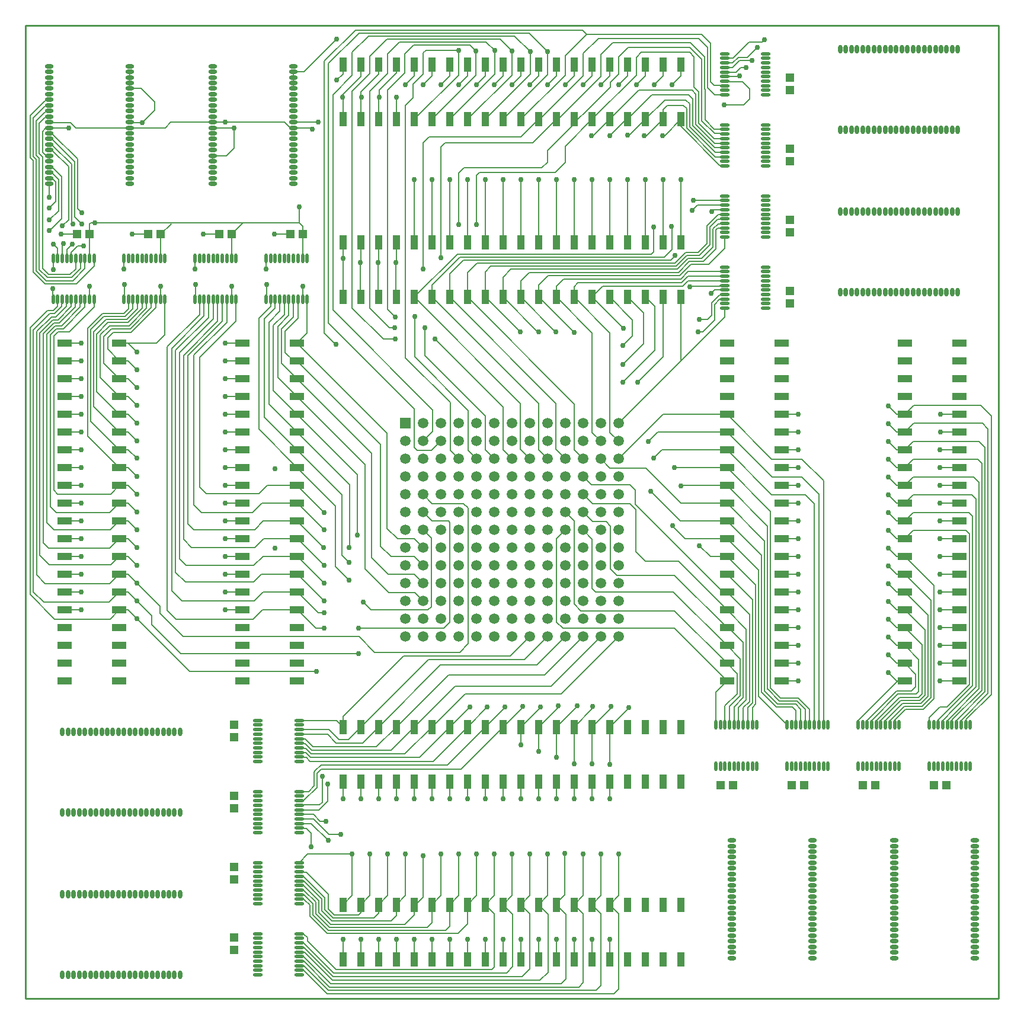
<source format=gtl>
G04 Layer_Physical_Order=1*
G04 Layer_Color=255*
%FSLAX25Y25*%
%MOIN*%
G70*
G01*
G75*
%ADD10O,0.04724X0.02461*%
%ADD11O,0.01870X0.05512*%
%ADD12R,0.03937X0.07874*%
%ADD13R,0.07874X0.03937*%
%ADD14O,0.05512X0.01870*%
%ADD15O,0.02461X0.04724*%
%ADD16R,0.05000X0.05000*%
%ADD17R,0.05000X0.05000*%
%ADD18C,0.00700*%
%ADD19C,0.01000*%
%ADD20C,0.05906*%
%ADD21R,0.05906X0.05906*%
%ADD22C,0.03000*%
D10*
X13362Y524571D02*
D03*
Y521421D02*
D03*
Y518272D02*
D03*
Y515122D02*
D03*
Y511972D02*
D03*
Y508823D02*
D03*
Y505673D02*
D03*
Y502524D02*
D03*
Y499374D02*
D03*
Y496224D02*
D03*
Y493075D02*
D03*
Y489925D02*
D03*
Y486776D02*
D03*
Y483626D02*
D03*
Y480476D02*
D03*
Y477327D02*
D03*
Y474177D02*
D03*
Y471028D02*
D03*
Y467878D02*
D03*
Y464728D02*
D03*
Y461579D02*
D03*
Y458429D02*
D03*
X58638Y524571D02*
D03*
Y521421D02*
D03*
Y518272D02*
D03*
Y515122D02*
D03*
Y511972D02*
D03*
Y508823D02*
D03*
Y505673D02*
D03*
Y502524D02*
D03*
Y499374D02*
D03*
Y496224D02*
D03*
Y493075D02*
D03*
Y489925D02*
D03*
Y486776D02*
D03*
Y483626D02*
D03*
Y480476D02*
D03*
Y477327D02*
D03*
Y474177D02*
D03*
Y471028D02*
D03*
Y467878D02*
D03*
Y464728D02*
D03*
Y461579D02*
D03*
Y458429D02*
D03*
X150638D02*
D03*
Y461579D02*
D03*
Y464728D02*
D03*
Y467878D02*
D03*
Y471028D02*
D03*
Y474177D02*
D03*
Y477327D02*
D03*
Y480476D02*
D03*
Y483626D02*
D03*
Y486776D02*
D03*
Y489925D02*
D03*
Y493075D02*
D03*
Y496224D02*
D03*
Y499374D02*
D03*
Y502524D02*
D03*
Y505673D02*
D03*
Y508823D02*
D03*
Y511972D02*
D03*
Y515122D02*
D03*
Y518272D02*
D03*
Y521421D02*
D03*
Y524571D02*
D03*
X105362Y458429D02*
D03*
Y461579D02*
D03*
Y464728D02*
D03*
Y467878D02*
D03*
Y471028D02*
D03*
Y474177D02*
D03*
Y477327D02*
D03*
Y480476D02*
D03*
Y483626D02*
D03*
Y486776D02*
D03*
Y489925D02*
D03*
Y493075D02*
D03*
Y496224D02*
D03*
Y499374D02*
D03*
Y502524D02*
D03*
Y505673D02*
D03*
Y508823D02*
D03*
Y511972D02*
D03*
Y515122D02*
D03*
Y518272D02*
D03*
Y521421D02*
D03*
Y524571D02*
D03*
X442638Y22929D02*
D03*
Y26079D02*
D03*
Y29228D02*
D03*
Y32378D02*
D03*
Y35528D02*
D03*
Y38677D02*
D03*
Y41827D02*
D03*
Y44976D02*
D03*
Y48126D02*
D03*
Y51276D02*
D03*
Y54425D02*
D03*
Y57575D02*
D03*
Y60724D02*
D03*
Y63874D02*
D03*
Y67024D02*
D03*
Y70173D02*
D03*
Y73323D02*
D03*
Y76472D02*
D03*
Y79622D02*
D03*
Y82772D02*
D03*
Y85921D02*
D03*
Y89071D02*
D03*
X397362Y22929D02*
D03*
Y26079D02*
D03*
Y29228D02*
D03*
Y32378D02*
D03*
Y35528D02*
D03*
Y38677D02*
D03*
Y41827D02*
D03*
Y44976D02*
D03*
Y48126D02*
D03*
Y51276D02*
D03*
Y54425D02*
D03*
Y57575D02*
D03*
Y60724D02*
D03*
Y63874D02*
D03*
Y67024D02*
D03*
Y70173D02*
D03*
Y73323D02*
D03*
Y76472D02*
D03*
Y79622D02*
D03*
Y82772D02*
D03*
Y85921D02*
D03*
Y89071D02*
D03*
X488862D02*
D03*
Y85921D02*
D03*
Y82772D02*
D03*
Y79622D02*
D03*
Y76472D02*
D03*
Y73323D02*
D03*
Y70173D02*
D03*
Y67024D02*
D03*
Y63874D02*
D03*
Y60724D02*
D03*
Y57575D02*
D03*
Y54425D02*
D03*
Y51276D02*
D03*
Y48126D02*
D03*
Y44976D02*
D03*
Y41827D02*
D03*
Y38677D02*
D03*
Y35528D02*
D03*
Y32378D02*
D03*
Y29228D02*
D03*
Y26079D02*
D03*
Y22929D02*
D03*
X534138Y89071D02*
D03*
Y85921D02*
D03*
Y82772D02*
D03*
Y79622D02*
D03*
Y76472D02*
D03*
Y73323D02*
D03*
Y70173D02*
D03*
Y67024D02*
D03*
Y63874D02*
D03*
Y60724D02*
D03*
Y57575D02*
D03*
Y54425D02*
D03*
Y51276D02*
D03*
Y48126D02*
D03*
Y44976D02*
D03*
Y41827D02*
D03*
Y38677D02*
D03*
Y35528D02*
D03*
Y32378D02*
D03*
Y29228D02*
D03*
Y26079D02*
D03*
Y22929D02*
D03*
D11*
X38713Y416614D02*
D03*
X36154D02*
D03*
X33595D02*
D03*
X31036D02*
D03*
X28477D02*
D03*
X25918D02*
D03*
X23359D02*
D03*
X20800D02*
D03*
X18241D02*
D03*
X15681D02*
D03*
X38713Y393386D02*
D03*
X36154D02*
D03*
X33595D02*
D03*
X31036D02*
D03*
X28477D02*
D03*
X25918D02*
D03*
X23359D02*
D03*
X20800D02*
D03*
X18241D02*
D03*
X15681D02*
D03*
X78516Y416614D02*
D03*
X75957D02*
D03*
X73398D02*
D03*
X70839D02*
D03*
X68280D02*
D03*
X65720D02*
D03*
X63161D02*
D03*
X60602D02*
D03*
X58043D02*
D03*
X55484D02*
D03*
X78516Y393386D02*
D03*
X75957D02*
D03*
X73398D02*
D03*
X70839D02*
D03*
X68280D02*
D03*
X65720D02*
D03*
X63161D02*
D03*
X60602D02*
D03*
X58043D02*
D03*
X55484D02*
D03*
X118516Y416614D02*
D03*
X115957D02*
D03*
X113398D02*
D03*
X110839D02*
D03*
X108280D02*
D03*
X105720D02*
D03*
X103161D02*
D03*
X100602D02*
D03*
X98043D02*
D03*
X95484D02*
D03*
X118516Y393386D02*
D03*
X115957D02*
D03*
X113398D02*
D03*
X110839D02*
D03*
X108280D02*
D03*
X105720D02*
D03*
X103161D02*
D03*
X100602D02*
D03*
X98043D02*
D03*
X95484D02*
D03*
X158516Y416614D02*
D03*
X155957D02*
D03*
X153398D02*
D03*
X150839D02*
D03*
X148280D02*
D03*
X145720D02*
D03*
X143161D02*
D03*
X140602D02*
D03*
X138043D02*
D03*
X135484D02*
D03*
X158516Y393386D02*
D03*
X155957D02*
D03*
X153398D02*
D03*
X150839D02*
D03*
X148280D02*
D03*
X145720D02*
D03*
X143161D02*
D03*
X140602D02*
D03*
X138043D02*
D03*
X135484D02*
D03*
X388484Y130886D02*
D03*
X391043D02*
D03*
X393602D02*
D03*
X396161D02*
D03*
X398720D02*
D03*
X401280D02*
D03*
X403839D02*
D03*
X406398D02*
D03*
X408957D02*
D03*
X411516D02*
D03*
X388484Y154114D02*
D03*
X391043D02*
D03*
X393602D02*
D03*
X396161D02*
D03*
X398720D02*
D03*
X401280D02*
D03*
X403839D02*
D03*
X406398D02*
D03*
X408957D02*
D03*
X411516D02*
D03*
X428484Y130886D02*
D03*
X431043D02*
D03*
X433602D02*
D03*
X436161D02*
D03*
X438720D02*
D03*
X441280D02*
D03*
X443839D02*
D03*
X446398D02*
D03*
X448957D02*
D03*
X451516D02*
D03*
X428484Y154114D02*
D03*
X431043D02*
D03*
X433602D02*
D03*
X436161D02*
D03*
X438720D02*
D03*
X441280D02*
D03*
X443839D02*
D03*
X446398D02*
D03*
X448957D02*
D03*
X451516D02*
D03*
X468484Y130886D02*
D03*
X471043D02*
D03*
X473602D02*
D03*
X476161D02*
D03*
X478720D02*
D03*
X481280D02*
D03*
X483839D02*
D03*
X486398D02*
D03*
X488957D02*
D03*
X491516D02*
D03*
X468484Y154114D02*
D03*
X471043D02*
D03*
X473602D02*
D03*
X476161D02*
D03*
X478720D02*
D03*
X481280D02*
D03*
X483839D02*
D03*
X486398D02*
D03*
X488957D02*
D03*
X491516D02*
D03*
X508484Y130886D02*
D03*
X511043D02*
D03*
X513602D02*
D03*
X516161D02*
D03*
X518720D02*
D03*
X521280D02*
D03*
X523839D02*
D03*
X526398D02*
D03*
X528957D02*
D03*
X531516D02*
D03*
X508484Y154114D02*
D03*
X511043D02*
D03*
X513602D02*
D03*
X516161D02*
D03*
X518720D02*
D03*
X521280D02*
D03*
X523839D02*
D03*
X526398D02*
D03*
X528957D02*
D03*
X531516D02*
D03*
D12*
X328750Y525354D02*
D03*
X348750D02*
D03*
X358750D02*
D03*
X368750D02*
D03*
X338750D02*
D03*
X288750D02*
D03*
X318750D02*
D03*
X308750D02*
D03*
X298750D02*
D03*
X278750D02*
D03*
X238750D02*
D03*
X268750D02*
D03*
X258750D02*
D03*
X248750D02*
D03*
X228750D02*
D03*
X188750D02*
D03*
X218750D02*
D03*
X208750D02*
D03*
X198750D02*
D03*
X178750D02*
D03*
Y494646D02*
D03*
X198750D02*
D03*
X208750D02*
D03*
X218750D02*
D03*
X188750D02*
D03*
X228750D02*
D03*
X248750D02*
D03*
X258750D02*
D03*
X268750D02*
D03*
X238750D02*
D03*
X278750D02*
D03*
X298750D02*
D03*
X308750D02*
D03*
X318750D02*
D03*
X288750D02*
D03*
X338750D02*
D03*
X368750D02*
D03*
X358750D02*
D03*
X348750D02*
D03*
X328750D02*
D03*
Y425354D02*
D03*
X348750D02*
D03*
X358750D02*
D03*
X368750D02*
D03*
X338750D02*
D03*
X288750D02*
D03*
X318750D02*
D03*
X308750D02*
D03*
X298750D02*
D03*
X278750D02*
D03*
X238750D02*
D03*
X268750D02*
D03*
X258750D02*
D03*
X248750D02*
D03*
X228750D02*
D03*
X188750D02*
D03*
X218750D02*
D03*
X208750D02*
D03*
X198750D02*
D03*
X178750D02*
D03*
Y394646D02*
D03*
X198750D02*
D03*
X208750D02*
D03*
X218750D02*
D03*
X188750D02*
D03*
X228750D02*
D03*
X248750D02*
D03*
X258750D02*
D03*
X268750D02*
D03*
X238750D02*
D03*
X278750D02*
D03*
X298750D02*
D03*
X308750D02*
D03*
X318750D02*
D03*
X288750D02*
D03*
X338750D02*
D03*
X368750D02*
D03*
X358750D02*
D03*
X348750D02*
D03*
X328750D02*
D03*
X218750Y22146D02*
D03*
X198750D02*
D03*
X188750D02*
D03*
X178750D02*
D03*
X208750D02*
D03*
X258750D02*
D03*
X228750D02*
D03*
X238750D02*
D03*
X248750D02*
D03*
X268750D02*
D03*
X308750D02*
D03*
X278750D02*
D03*
X288750D02*
D03*
X298750D02*
D03*
X318750D02*
D03*
X358750D02*
D03*
X328750D02*
D03*
X338750D02*
D03*
X348750D02*
D03*
X368750D02*
D03*
Y52854D02*
D03*
X348750D02*
D03*
X338750D02*
D03*
X328750D02*
D03*
X358750D02*
D03*
X318750D02*
D03*
X298750D02*
D03*
X288750D02*
D03*
X278750D02*
D03*
X308750D02*
D03*
X268750D02*
D03*
X248750D02*
D03*
X238750D02*
D03*
X228750D02*
D03*
X258750D02*
D03*
X208750D02*
D03*
X178750D02*
D03*
X188750D02*
D03*
X198750D02*
D03*
X218750D02*
D03*
Y122146D02*
D03*
X198750D02*
D03*
X188750D02*
D03*
X178750D02*
D03*
X208750D02*
D03*
X258750D02*
D03*
X228750D02*
D03*
X238750D02*
D03*
X248750D02*
D03*
X268750D02*
D03*
X308750D02*
D03*
X278750D02*
D03*
X288750D02*
D03*
X298750D02*
D03*
X318750D02*
D03*
X358750D02*
D03*
X328750D02*
D03*
X338750D02*
D03*
X348750D02*
D03*
X368750D02*
D03*
Y152854D02*
D03*
X348750D02*
D03*
X338750D02*
D03*
X328750D02*
D03*
X358750D02*
D03*
X318750D02*
D03*
X298750D02*
D03*
X288750D02*
D03*
X278750D02*
D03*
X308750D02*
D03*
X268750D02*
D03*
X248750D02*
D03*
X238750D02*
D03*
X228750D02*
D03*
X258750D02*
D03*
X208750D02*
D03*
X178750D02*
D03*
X188750D02*
D03*
X198750D02*
D03*
X218750D02*
D03*
D13*
X525354Y218750D02*
D03*
Y198750D02*
D03*
Y188750D02*
D03*
Y178750D02*
D03*
Y208750D02*
D03*
Y258750D02*
D03*
Y228750D02*
D03*
Y238750D02*
D03*
Y248750D02*
D03*
Y268750D02*
D03*
Y308750D02*
D03*
Y278750D02*
D03*
Y288750D02*
D03*
Y298750D02*
D03*
Y318750D02*
D03*
Y358750D02*
D03*
Y328750D02*
D03*
Y338750D02*
D03*
Y348750D02*
D03*
Y368750D02*
D03*
X494646D02*
D03*
Y348750D02*
D03*
Y338750D02*
D03*
Y328750D02*
D03*
Y358750D02*
D03*
Y318750D02*
D03*
Y298750D02*
D03*
Y288750D02*
D03*
Y278750D02*
D03*
Y308750D02*
D03*
Y268750D02*
D03*
Y248750D02*
D03*
Y238750D02*
D03*
Y228750D02*
D03*
Y258750D02*
D03*
Y208750D02*
D03*
Y178750D02*
D03*
Y188750D02*
D03*
Y198750D02*
D03*
Y218750D02*
D03*
X425354D02*
D03*
Y198750D02*
D03*
Y188750D02*
D03*
Y178750D02*
D03*
Y208750D02*
D03*
Y258750D02*
D03*
Y228750D02*
D03*
Y238750D02*
D03*
Y248750D02*
D03*
Y268750D02*
D03*
Y308750D02*
D03*
Y278750D02*
D03*
Y288750D02*
D03*
Y298750D02*
D03*
Y318750D02*
D03*
Y358750D02*
D03*
Y328750D02*
D03*
Y338750D02*
D03*
Y348750D02*
D03*
Y368750D02*
D03*
X394646D02*
D03*
Y348750D02*
D03*
Y338750D02*
D03*
Y328750D02*
D03*
Y358750D02*
D03*
Y318750D02*
D03*
Y298750D02*
D03*
Y288750D02*
D03*
Y278750D02*
D03*
Y308750D02*
D03*
Y268750D02*
D03*
Y248750D02*
D03*
Y238750D02*
D03*
Y228750D02*
D03*
Y258750D02*
D03*
Y208750D02*
D03*
Y178750D02*
D03*
Y188750D02*
D03*
Y198750D02*
D03*
Y218750D02*
D03*
X22146Y328750D02*
D03*
Y348750D02*
D03*
Y358750D02*
D03*
Y368750D02*
D03*
Y338750D02*
D03*
Y288750D02*
D03*
Y318750D02*
D03*
Y308750D02*
D03*
Y298750D02*
D03*
Y278750D02*
D03*
Y238750D02*
D03*
Y268750D02*
D03*
Y258750D02*
D03*
Y248750D02*
D03*
Y228750D02*
D03*
Y188750D02*
D03*
Y218750D02*
D03*
Y208750D02*
D03*
Y198750D02*
D03*
Y178750D02*
D03*
X52854D02*
D03*
Y198750D02*
D03*
Y208750D02*
D03*
Y218750D02*
D03*
Y188750D02*
D03*
Y228750D02*
D03*
Y248750D02*
D03*
Y258750D02*
D03*
Y268750D02*
D03*
Y238750D02*
D03*
Y278750D02*
D03*
Y298750D02*
D03*
Y308750D02*
D03*
Y318750D02*
D03*
Y288750D02*
D03*
Y338750D02*
D03*
Y368750D02*
D03*
Y358750D02*
D03*
Y348750D02*
D03*
Y328750D02*
D03*
X122146D02*
D03*
Y348750D02*
D03*
Y358750D02*
D03*
Y368750D02*
D03*
Y338750D02*
D03*
Y288750D02*
D03*
Y318750D02*
D03*
Y308750D02*
D03*
Y298750D02*
D03*
Y278750D02*
D03*
Y238750D02*
D03*
Y268750D02*
D03*
Y258750D02*
D03*
Y248750D02*
D03*
Y228750D02*
D03*
Y188750D02*
D03*
Y218750D02*
D03*
Y208750D02*
D03*
Y198750D02*
D03*
Y178750D02*
D03*
X152854D02*
D03*
Y198750D02*
D03*
Y208750D02*
D03*
Y218750D02*
D03*
Y188750D02*
D03*
Y228750D02*
D03*
Y248750D02*
D03*
Y258750D02*
D03*
Y268750D02*
D03*
Y238750D02*
D03*
Y278750D02*
D03*
Y298750D02*
D03*
Y308750D02*
D03*
Y318750D02*
D03*
Y288750D02*
D03*
Y338750D02*
D03*
Y368750D02*
D03*
Y358750D02*
D03*
Y348750D02*
D03*
Y328750D02*
D03*
D14*
X416614Y428484D02*
D03*
Y431043D02*
D03*
Y433602D02*
D03*
Y436161D02*
D03*
Y438720D02*
D03*
Y441280D02*
D03*
Y443839D02*
D03*
Y446398D02*
D03*
Y448957D02*
D03*
Y451516D02*
D03*
X393386Y428484D02*
D03*
Y431043D02*
D03*
Y433602D02*
D03*
Y436161D02*
D03*
Y438720D02*
D03*
Y441280D02*
D03*
Y443839D02*
D03*
Y446398D02*
D03*
Y448957D02*
D03*
Y451516D02*
D03*
X416614Y388484D02*
D03*
Y391043D02*
D03*
Y393602D02*
D03*
Y396161D02*
D03*
Y398720D02*
D03*
Y401280D02*
D03*
Y403839D02*
D03*
Y406398D02*
D03*
Y408957D02*
D03*
Y411516D02*
D03*
X393386Y388484D02*
D03*
Y391043D02*
D03*
Y393602D02*
D03*
Y396161D02*
D03*
Y398720D02*
D03*
Y401280D02*
D03*
Y403839D02*
D03*
Y406398D02*
D03*
Y408957D02*
D03*
Y411516D02*
D03*
X416614Y508484D02*
D03*
Y511043D02*
D03*
Y513602D02*
D03*
Y516161D02*
D03*
Y518720D02*
D03*
Y521280D02*
D03*
Y523839D02*
D03*
Y526398D02*
D03*
Y528957D02*
D03*
Y531516D02*
D03*
X393386Y508484D02*
D03*
Y511043D02*
D03*
Y513602D02*
D03*
Y516161D02*
D03*
Y518720D02*
D03*
Y521280D02*
D03*
Y523839D02*
D03*
Y526398D02*
D03*
Y528957D02*
D03*
Y531516D02*
D03*
X416614Y468484D02*
D03*
Y471043D02*
D03*
Y473602D02*
D03*
Y476161D02*
D03*
Y478720D02*
D03*
Y481280D02*
D03*
Y483839D02*
D03*
Y486398D02*
D03*
Y488957D02*
D03*
Y491516D02*
D03*
X393386Y468484D02*
D03*
Y471043D02*
D03*
Y473602D02*
D03*
Y476161D02*
D03*
Y478720D02*
D03*
Y481280D02*
D03*
Y483839D02*
D03*
Y486398D02*
D03*
Y488957D02*
D03*
Y491516D02*
D03*
X130886Y156516D02*
D03*
Y153957D02*
D03*
Y151398D02*
D03*
Y148839D02*
D03*
Y146280D02*
D03*
Y143720D02*
D03*
Y141161D02*
D03*
Y138602D02*
D03*
Y136043D02*
D03*
Y133484D02*
D03*
X154114Y156516D02*
D03*
Y153957D02*
D03*
Y151398D02*
D03*
Y148839D02*
D03*
Y146280D02*
D03*
Y143720D02*
D03*
Y141161D02*
D03*
Y138602D02*
D03*
Y136043D02*
D03*
Y133484D02*
D03*
X130886Y116516D02*
D03*
Y113957D02*
D03*
Y111398D02*
D03*
Y108839D02*
D03*
Y106280D02*
D03*
Y103720D02*
D03*
Y101161D02*
D03*
Y98602D02*
D03*
Y96043D02*
D03*
Y93484D02*
D03*
X154114Y116516D02*
D03*
Y113957D02*
D03*
Y111398D02*
D03*
Y108839D02*
D03*
Y106280D02*
D03*
Y103720D02*
D03*
Y101161D02*
D03*
Y98602D02*
D03*
Y96043D02*
D03*
Y93484D02*
D03*
X130886Y76516D02*
D03*
Y73957D02*
D03*
Y71398D02*
D03*
Y68839D02*
D03*
Y66280D02*
D03*
Y63720D02*
D03*
Y61161D02*
D03*
Y58602D02*
D03*
Y56043D02*
D03*
Y53484D02*
D03*
X154114Y76516D02*
D03*
Y73957D02*
D03*
Y71398D02*
D03*
Y68839D02*
D03*
Y66280D02*
D03*
Y63720D02*
D03*
Y61161D02*
D03*
Y58602D02*
D03*
Y56043D02*
D03*
Y53484D02*
D03*
X130886Y36516D02*
D03*
Y33957D02*
D03*
Y31398D02*
D03*
Y28839D02*
D03*
Y26280D02*
D03*
Y23720D02*
D03*
Y21161D02*
D03*
Y18602D02*
D03*
Y16043D02*
D03*
Y13484D02*
D03*
X154114Y36516D02*
D03*
Y33957D02*
D03*
Y31398D02*
D03*
Y28839D02*
D03*
Y26280D02*
D03*
Y23720D02*
D03*
Y21161D02*
D03*
Y18602D02*
D03*
Y16043D02*
D03*
Y13484D02*
D03*
D15*
X524571Y442638D02*
D03*
X521421D02*
D03*
X518272D02*
D03*
X515122D02*
D03*
X511972D02*
D03*
X508823D02*
D03*
X505673D02*
D03*
X502524D02*
D03*
X499374D02*
D03*
X496224D02*
D03*
X493075D02*
D03*
X489925D02*
D03*
X486776D02*
D03*
X483626D02*
D03*
X480476D02*
D03*
X477327D02*
D03*
X474177D02*
D03*
X471028D02*
D03*
X467878D02*
D03*
X464728D02*
D03*
X461579D02*
D03*
X458429D02*
D03*
X524571Y397362D02*
D03*
X521421D02*
D03*
X518272D02*
D03*
X515122D02*
D03*
X511972D02*
D03*
X508823D02*
D03*
X505673D02*
D03*
X502524D02*
D03*
X499374D02*
D03*
X496224D02*
D03*
X493075D02*
D03*
X489925D02*
D03*
X486776D02*
D03*
X483626D02*
D03*
X480476D02*
D03*
X477327D02*
D03*
X474177D02*
D03*
X471028D02*
D03*
X467878D02*
D03*
X464728D02*
D03*
X461579D02*
D03*
X458429D02*
D03*
Y488862D02*
D03*
X461579D02*
D03*
X464728D02*
D03*
X467878D02*
D03*
X471028D02*
D03*
X474177D02*
D03*
X477327D02*
D03*
X480476D02*
D03*
X483626D02*
D03*
X486776D02*
D03*
X489925D02*
D03*
X493075D02*
D03*
X496224D02*
D03*
X499374D02*
D03*
X502524D02*
D03*
X505673D02*
D03*
X508823D02*
D03*
X511972D02*
D03*
X515122D02*
D03*
X518272D02*
D03*
X521421D02*
D03*
X524571D02*
D03*
X458429Y534138D02*
D03*
X461579D02*
D03*
X464728D02*
D03*
X467878D02*
D03*
X471028D02*
D03*
X474177D02*
D03*
X477327D02*
D03*
X480476D02*
D03*
X483626D02*
D03*
X486776D02*
D03*
X489925D02*
D03*
X493075D02*
D03*
X496224D02*
D03*
X499374D02*
D03*
X502524D02*
D03*
X505673D02*
D03*
X508823D02*
D03*
X511972D02*
D03*
X515122D02*
D03*
X518272D02*
D03*
X521421D02*
D03*
X524571D02*
D03*
X87071Y58638D02*
D03*
X83921D02*
D03*
X80772D02*
D03*
X77622D02*
D03*
X74472D02*
D03*
X71323D02*
D03*
X68173D02*
D03*
X65024D02*
D03*
X61874D02*
D03*
X58724D02*
D03*
X55575D02*
D03*
X52425D02*
D03*
X49276D02*
D03*
X46126D02*
D03*
X42976D02*
D03*
X39827D02*
D03*
X36677D02*
D03*
X33528D02*
D03*
X30378D02*
D03*
X27228D02*
D03*
X24079D02*
D03*
X20929D02*
D03*
X87071Y13362D02*
D03*
X83921D02*
D03*
X80772D02*
D03*
X77622D02*
D03*
X74472D02*
D03*
X71323D02*
D03*
X68173D02*
D03*
X65024D02*
D03*
X61874D02*
D03*
X58724D02*
D03*
X55575D02*
D03*
X52425D02*
D03*
X49276D02*
D03*
X46126D02*
D03*
X42976D02*
D03*
X39827D02*
D03*
X36677D02*
D03*
X33528D02*
D03*
X30378D02*
D03*
X27228D02*
D03*
X24079D02*
D03*
X20929D02*
D03*
Y104862D02*
D03*
X24079D02*
D03*
X27228D02*
D03*
X30378D02*
D03*
X33528D02*
D03*
X36677D02*
D03*
X39827D02*
D03*
X42976D02*
D03*
X46126D02*
D03*
X49276D02*
D03*
X52425D02*
D03*
X55575D02*
D03*
X58724D02*
D03*
X61874D02*
D03*
X65024D02*
D03*
X68173D02*
D03*
X71323D02*
D03*
X74472D02*
D03*
X77622D02*
D03*
X80772D02*
D03*
X83921D02*
D03*
X87071D02*
D03*
X20929Y150138D02*
D03*
X24079D02*
D03*
X27228D02*
D03*
X30378D02*
D03*
X33528D02*
D03*
X36677D02*
D03*
X39827D02*
D03*
X42976D02*
D03*
X46126D02*
D03*
X49276D02*
D03*
X52425D02*
D03*
X55575D02*
D03*
X58724D02*
D03*
X61874D02*
D03*
X65024D02*
D03*
X68173D02*
D03*
X71323D02*
D03*
X74472D02*
D03*
X77622D02*
D03*
X80772D02*
D03*
X83921D02*
D03*
X87071D02*
D03*
D16*
X156200Y430000D02*
D03*
X149200D02*
D03*
X116200D02*
D03*
X109200D02*
D03*
X76200D02*
D03*
X69200D02*
D03*
X36200D02*
D03*
X29200D02*
D03*
X398000Y120000D02*
D03*
X391000D02*
D03*
X438000D02*
D03*
X431000D02*
D03*
X478000D02*
D03*
X471000D02*
D03*
X518000D02*
D03*
X511000D02*
D03*
D17*
X430000Y478000D02*
D03*
Y471000D02*
D03*
Y518000D02*
D03*
Y511000D02*
D03*
Y391000D02*
D03*
Y398000D02*
D03*
Y431000D02*
D03*
Y438000D02*
D03*
X117500Y154000D02*
D03*
Y147000D02*
D03*
Y114000D02*
D03*
Y107000D02*
D03*
Y74000D02*
D03*
Y67000D02*
D03*
Y34500D02*
D03*
Y27500D02*
D03*
D18*
X15600Y393504D02*
X15700Y393404D01*
X156154Y393386D02*
Y400646D01*
X156100Y400700D02*
X156154Y400646D01*
X116154Y393386D02*
Y400646D01*
X116100Y400700D02*
X116154Y400646D01*
X76154Y393386D02*
Y400646D01*
X76100Y400700D02*
X76154Y400646D01*
X36100Y400700D02*
X36154Y400646D01*
Y393386D02*
Y400646D01*
X38713Y412013D02*
Y416614D01*
X28950Y402250D02*
X38713Y412013D01*
X11038Y402250D02*
X28950D01*
X36800Y436400D02*
X39100D01*
X20800Y424100D02*
X21500Y424800D01*
X20800Y416614D02*
Y424100D01*
X23359Y421359D02*
X26300Y424300D01*
X23359Y416614D02*
Y421359D01*
X29600Y423500D02*
X32700D01*
X25918Y419818D02*
X29600Y423500D01*
X20900Y434800D02*
X24300Y438200D01*
X26800Y435800D02*
Y436300D01*
X26000Y437100D02*
X26800Y436300D01*
X26000Y437100D02*
Y469470D01*
X27700Y439900D02*
X31700Y435900D01*
X29400Y444500D02*
X31700Y442200D01*
X135484Y416614D02*
Y416928D01*
Y410596D02*
Y416614D01*
X95484Y410596D02*
Y416614D01*
X55484Y410596D02*
Y416614D01*
X15681Y410281D02*
X15763Y410200D01*
X13150Y407350D02*
X25250D01*
X12446Y405650D02*
X25954D01*
X11742Y403950D02*
X26658D01*
X25250Y407350D02*
X28477Y410577D01*
X9650Y410850D02*
X13150Y407350D01*
X25954Y405650D02*
X31036Y410732D01*
X26658Y403950D02*
X33595Y410886D01*
X15681Y410281D02*
Y416614D01*
X4550Y408738D02*
X11038Y402250D01*
X6250Y409442D02*
X11742Y403950D01*
X7950Y410146D02*
X12446Y405650D01*
X15800Y424600D02*
X18241Y422159D01*
Y416614D02*
Y422159D01*
X25918Y416614D02*
Y419818D01*
X13362Y467309D02*
X15563D01*
X13600Y431900D02*
X20474Y438774D01*
Y462397D01*
X15563Y467309D02*
X20474Y462397D01*
X13362Y467309D02*
Y467878D01*
X13600Y438100D02*
X18774Y443274D01*
Y460948D01*
X15563Y464159D02*
X18774Y460948D01*
X13600Y464159D02*
X15563D01*
X13600D02*
Y464491D01*
X13362Y464728D02*
X13600Y464491D01*
X13362Y461010D02*
X15563D01*
X13500Y444900D02*
X17074Y448474D01*
Y459498D01*
X15563Y461010D02*
X17074Y459498D01*
X13362Y461010D02*
Y461579D01*
Y450638D02*
X13400Y450600D01*
X13362Y450638D02*
Y458429D01*
X24300Y438200D02*
Y468020D01*
X15563Y476757D02*
X24300Y468020D01*
X13931Y476757D02*
X15563D01*
X13362Y477327D02*
X13931Y476757D01*
X15563Y479907D02*
X26000Y469470D01*
X13931Y479907D02*
X15563D01*
X13362Y480476D02*
X13931Y479907D01*
X27700Y439900D02*
Y470920D01*
X15563Y483057D02*
X27700Y470920D01*
X13931Y483057D02*
X15563D01*
X13362Y483626D02*
X13931Y483057D01*
X29400Y444500D02*
Y472369D01*
X15563Y486206D02*
X29400Y472369D01*
X13931Y486206D02*
X15563D01*
X13362Y486776D02*
X13931Y486206D01*
X31036Y410732D02*
Y416614D01*
X33595Y410886D02*
Y416614D01*
X15600Y393504D02*
Y399400D01*
X15681Y393386D02*
X15700Y393404D01*
X4550Y408738D02*
Y471392D01*
X2850Y473092D02*
X4550Y471392D01*
X2850Y473092D02*
Y496792D01*
X11162Y505104D01*
X12793D01*
X13362Y505673D01*
X6250Y409442D02*
Y472096D01*
X4550Y473796D02*
X6250Y472096D01*
X4550Y473796D02*
Y495343D01*
X11162Y501954D01*
X12793D01*
X13362Y502524D01*
X7950Y410146D02*
Y472800D01*
X28477Y410577D02*
Y416614D01*
X9650Y410850D02*
Y473600D01*
X11162Y498805D02*
X13362D01*
X6250Y474500D02*
X7950Y472800D01*
X6250Y474500D02*
Y493893D01*
X11162Y498805D01*
X13362D02*
Y499374D01*
X7950Y475300D02*
Y492444D01*
Y475300D02*
X9650Y473600D01*
X11162Y495655D02*
X13362D01*
X7950Y492444D02*
X11162Y495655D01*
X13362D02*
Y496224D01*
X28405Y489925D02*
X58638D01*
X25580Y492750D02*
X28405Y489925D01*
X13931Y492750D02*
X25580D01*
X13931Y492506D02*
Y492750D01*
X13362Y493075D02*
X13931Y492506D01*
X11162Y489356D02*
X13362D01*
X24375Y489925D02*
X24400Y489900D01*
X13362Y489925D02*
X24375D01*
X9650Y476258D02*
Y487844D01*
X12104Y474747D02*
X13362Y473488D01*
X11162Y474747D02*
X12104D01*
X9650Y476258D02*
X11162Y474747D01*
X13362Y471028D02*
Y473488D01*
X9650Y487844D02*
X11162Y489356D01*
X13362D02*
Y489925D01*
X36800Y436400D02*
X122600D01*
X36200Y435800D02*
X36800Y436400D01*
X36200Y430000D02*
Y435800D01*
X140526Y393112D02*
X140800Y393386D01*
X135700Y393404D02*
Y401700D01*
X135681Y393386D02*
X135700Y393404D01*
X100526Y393112D02*
X100800Y393386D01*
X95700Y393404D02*
Y401700D01*
X95681Y393386D02*
X95700Y393404D01*
X55700D02*
Y401700D01*
X55681Y393386D02*
X55700Y393404D01*
X60526Y393112D02*
X60800Y393386D01*
X20100Y430000D02*
X29200D01*
X60100D02*
X69200D01*
X100100D02*
X109200D01*
X140100D02*
X149200D01*
X65800Y492900D02*
X72700Y499800D01*
Y504300D01*
X65028Y511972D02*
X72700Y504300D01*
X58638Y511972D02*
X65028D01*
X58638Y518272D02*
Y521421D01*
Y515122D02*
Y518272D01*
Y511972D02*
Y515122D01*
Y493075D02*
X58813Y492900D01*
X65800D01*
X105362Y493075D02*
X145857D01*
X78725Y489925D02*
X81875Y493075D01*
X105362D01*
X58638Y489925D02*
X78725D01*
X154200Y436400D02*
Y445600D01*
X76200Y416857D02*
Y430000D01*
X75957Y416614D02*
X76200Y416857D01*
Y430000D02*
X82100Y435900D01*
X116200Y430000D02*
X122600Y436400D01*
X115957Y429757D02*
X116200Y430000D01*
X122600Y436400D02*
X154200D01*
X156200Y434400D01*
Y430000D02*
Y434400D01*
X145857Y493075D02*
X148437Y490494D01*
X150068D01*
X150638Y489925D01*
X160575D02*
X161400Y489100D01*
X150638Y489925D02*
X160575D01*
X117475D02*
X117500Y489900D01*
Y478600D02*
Y489900D01*
X113077Y474177D02*
X117500Y478600D01*
X105362Y474177D02*
X113077D01*
X105362Y471028D02*
Y474177D01*
Y489925D02*
X117475D01*
X164675Y493075D02*
X164700Y493100D01*
X150638Y493075D02*
X164675D01*
X156721Y521421D02*
X175200Y539900D01*
X150638Y521421D02*
X156721D01*
X150638Y518272D02*
Y521421D01*
Y515122D02*
Y518272D01*
Y511972D02*
Y515122D01*
X178600Y507100D02*
Y508500D01*
X188750Y518650D01*
Y525354D01*
Y494646D02*
Y510150D01*
X198750Y520150D01*
Y525354D01*
X199000Y507100D02*
Y511100D01*
X208750Y520850D01*
Y525354D01*
X208700Y507100D02*
X208750Y507050D01*
Y494646D02*
Y507050D01*
X198750Y506850D02*
X199000Y507100D01*
X198750Y494646D02*
Y506850D01*
X178600Y507100D02*
X178750Y506950D01*
Y494646D02*
Y506950D01*
X175200Y516700D02*
X178750Y520250D01*
Y525354D01*
Y394646D02*
Y416300D01*
X188750Y413996D02*
Y425354D01*
X188600Y394796D02*
X188750Y394646D01*
X188600Y394796D02*
Y413996D01*
X198750D02*
Y425354D01*
X198600Y394796D02*
X198750Y394646D01*
X198600Y394796D02*
Y413996D01*
X208750Y413950D02*
Y425354D01*
X208600Y394796D02*
X208750Y394646D01*
X208600Y394796D02*
Y413996D01*
X178750Y416300D02*
Y425354D01*
X155957Y429757D02*
X156200Y430000D01*
X155957Y416614D02*
Y429757D01*
X115957Y416614D02*
Y429757D01*
X36154Y416614D02*
X36200Y416660D01*
Y430000D01*
X490150Y328750D02*
X494646D01*
X485500Y333400D02*
X490150Y328750D01*
Y318750D02*
X494646D01*
X485500Y323400D02*
X490150Y318750D01*
Y308750D02*
X494646D01*
X485500Y313400D02*
X490150Y308750D01*
Y298750D02*
X494646D01*
X485500Y303400D02*
X490150Y298750D01*
Y288750D02*
X494646D01*
X485500Y293400D02*
X490150Y288750D01*
Y278750D02*
X494646D01*
X485500Y283400D02*
X490150Y278750D01*
Y268750D02*
X494646D01*
X485500Y273400D02*
X490150Y268750D01*
Y258750D02*
X494646D01*
X485500Y263400D02*
X490150Y258750D01*
Y248750D02*
X494646D01*
X485500Y253400D02*
X490150Y248750D01*
Y238750D02*
X494646D01*
X485500Y243400D02*
X490150Y238750D01*
Y228750D02*
X494646D01*
X485500Y233400D02*
X490150Y228750D01*
Y218750D02*
X494646D01*
X485500Y223400D02*
X490150Y218750D01*
Y208750D02*
X494646D01*
X485500Y213400D02*
X490150Y208750D01*
Y198750D02*
X494646D01*
X485500Y203400D02*
X490150Y198750D01*
Y188750D02*
X494646D01*
X485500Y193400D02*
X490150Y188750D01*
X485500Y183400D02*
X490150Y178750D01*
X529200Y263400D02*
X531200Y261400D01*
X499296Y263400D02*
X529200D01*
X494646Y258750D02*
X499296Y263400D01*
X530800Y273600D02*
X532900Y271500D01*
X499496Y273600D02*
X530800D01*
X494646Y268750D02*
X499496Y273600D01*
X532300Y283600D02*
X534800Y281100D01*
X499496Y283600D02*
X532300D01*
X494646Y278750D02*
X499496Y283600D01*
X538200Y173600D02*
Y301100D01*
X533600Y293500D02*
X536500Y290600D01*
X499396Y293500D02*
X533600D01*
X494646Y288750D02*
X499396Y293500D01*
X535700Y303600D02*
X538200Y301100D01*
X499496Y303600D02*
X535700D01*
X494646Y298750D02*
X499496Y303600D01*
X536600Y313400D02*
X539900Y310100D01*
X499296Y313400D02*
X536600D01*
X494646Y308750D02*
X499296Y313400D01*
X538300Y323800D02*
X541600Y320500D01*
X499696Y323800D02*
X538300D01*
X494646Y318750D02*
X499696Y323800D01*
X537300Y333900D02*
X543300Y327900D01*
X499796Y333900D02*
X537300D01*
X494646Y328750D02*
X499796Y333900D01*
X514804Y328750D02*
X525809D01*
X514804Y318750D02*
X525809D01*
X514350D02*
X525354D01*
X502600Y172900D02*
Y190796D01*
X504300Y171517D02*
Y199096D01*
X506000Y170812D02*
Y207396D01*
X507700Y170108D02*
Y215696D01*
X509400Y169404D02*
Y223996D01*
X511100Y168700D02*
Y232296D01*
X494646Y248750D02*
X511100Y232296D01*
X494646Y238750D02*
X509400Y223996D01*
X494646Y228750D02*
X507700Y215696D01*
X494646Y218750D02*
X506000Y207396D01*
X494646Y208750D02*
X504300Y199096D01*
X494646Y198750D02*
X502600Y190796D01*
X494646Y188750D02*
X500900Y182496D01*
X436852Y303600D02*
X448957Y291495D01*
X419796Y303600D02*
X436852D01*
X448957Y154114D02*
Y291495D01*
X394646Y328750D02*
X419796Y303600D01*
X436800Y293400D02*
X446400Y283800D01*
X419996Y293400D02*
X436800D01*
X446400Y154114D02*
Y283800D01*
X394646Y318750D02*
X419996Y293400D01*
X438877Y283500D02*
X443839Y278539D01*
X419896Y283500D02*
X438877D01*
X443839Y154114D02*
Y278539D01*
X394646Y308750D02*
X419896Y283500D01*
X419200Y174800D02*
Y274196D01*
X394646Y298750D02*
X419200Y274196D01*
X417500Y173955D02*
Y265896D01*
X394646Y288750D02*
X417500Y265896D01*
X394646Y278750D02*
X415800Y257596D01*
X394646Y268750D02*
X414100Y249296D01*
X394646Y258750D02*
X412400Y240996D01*
X394646Y248750D02*
X410700Y232696D01*
X394646Y228750D02*
X407300Y216096D01*
X394646Y218750D02*
X405600Y207796D01*
X365196Y238200D02*
X394646Y208750D01*
X332800Y238200D02*
X365196D01*
X394798Y209402D02*
X403900Y200300D01*
X394646Y198750D02*
X402200Y191196D01*
X394646Y188750D02*
X400500Y182896D01*
X388484Y172589D02*
X394646Y178750D01*
X514350Y308750D02*
X525354D01*
X514350Y298750D02*
X525354D01*
X514350Y288750D02*
X525354D01*
X514350Y278750D02*
X525354D01*
X514350Y258750D02*
X525354D01*
X514350Y268750D02*
X525354D01*
X514350Y248750D02*
X525354D01*
X514350Y238750D02*
X525354D01*
X514350Y228750D02*
X525354D01*
X514350Y218750D02*
X525354D01*
X514350Y208750D02*
X525354D01*
X514350Y198750D02*
X525354D01*
X514350Y188750D02*
X525354D01*
X514350Y178750D02*
X525354D01*
X364596Y228800D02*
X394646Y198750D01*
X320800Y228800D02*
X364596D01*
X318900Y230700D02*
X320800Y228800D01*
X328750Y152854D02*
X339300Y163404D01*
Y163902D01*
X318750Y152854D02*
X329400Y163504D01*
Y164300D01*
X308750Y152854D02*
X319200Y163304D01*
Y164300D01*
X298750Y152854D02*
X310500Y164604D01*
Y164700D01*
X299700Y163804D02*
Y164700D01*
X288750Y152854D02*
X299700Y163804D01*
X289800Y163904D02*
Y164100D01*
X278750Y152854D02*
X289800Y163904D01*
X279800D02*
Y164300D01*
X268750Y152854D02*
X279800Y163904D01*
X269800D02*
Y164200D01*
X258750Y152854D02*
X269800Y163904D01*
X259900Y164004D02*
Y164100D01*
X248750Y152854D02*
X259900Y164004D01*
X250100Y164204D02*
X250404D01*
X238750Y152854D02*
X250100Y164204D01*
X44000Y372600D02*
X48300Y376900D01*
X42100Y373300D02*
X47400Y378600D01*
X36800Y376300D02*
X44200Y383700D01*
X38500Y375200D02*
X45300Y382000D01*
X40200Y373900D02*
X46600Y380300D01*
X46300Y371700D02*
X49300Y374700D01*
X46300Y365304D02*
Y371700D01*
Y365304D02*
X52854Y358750D01*
X44000Y357604D02*
X52854Y348750D01*
X44000Y357604D02*
Y372600D01*
X42100Y349504D02*
Y373300D01*
Y349504D02*
X52854Y338750D01*
X36800Y324804D02*
X52854Y308750D01*
X38500Y333104D02*
X52854Y318750D01*
X38500Y333104D02*
Y375200D01*
X36800Y324804D02*
Y376300D01*
X40200Y341404D02*
Y373900D01*
Y341404D02*
X52854Y328750D01*
X35000Y316604D02*
Y377100D01*
Y316604D02*
X52854Y298750D01*
X329000Y512700D02*
Y515500D01*
X316233Y499933D02*
X329000Y512700D01*
X313350Y544950D02*
X315800Y542500D01*
X168100Y527300D02*
X185750Y544950D01*
X250250Y536450D02*
X253600Y533100D01*
X218450Y536450D02*
X250250D01*
X213600Y531600D02*
X218450Y536450D01*
X259250Y538150D02*
X264100Y533300D01*
X210550Y538150D02*
X259250D01*
X203700Y531300D02*
X210550Y538150D01*
X267050Y539850D02*
X273700Y533200D01*
X203550Y539850D02*
X267050D01*
X193700Y530000D02*
X203550Y539850D01*
X275250Y541550D02*
X284100Y532700D01*
X193150Y541550D02*
X275250D01*
X183900Y532300D02*
X193150Y541550D01*
X283450Y543250D02*
X293800Y532900D01*
X187650Y543250D02*
X283450D01*
X170500Y526100D02*
X187650Y543250D01*
X185750Y544950D02*
X313350D01*
X425354Y178750D02*
X434950D01*
X425354Y188750D02*
X434950D01*
X425354Y198750D02*
X434950D01*
X425354Y208750D02*
X434950D01*
X425354Y218750D02*
X434950D01*
X425354Y228750D02*
X434950D01*
X425354Y238750D02*
X434950D01*
X425354Y248750D02*
X434950D01*
X425354Y258750D02*
X434950D01*
X425354Y268750D02*
X434950D01*
X425354Y278750D02*
X434950D01*
X425354Y288750D02*
X434950D01*
X425354Y298750D02*
X434950D01*
X425354Y308750D02*
X434950D01*
X425354Y318750D02*
X434950D01*
X425354Y328750D02*
X434950D01*
X333750Y303750D02*
X358750Y328750D01*
X394646D01*
X350400Y313400D02*
X355750Y318750D01*
X394646D01*
X353600Y304100D02*
X358250Y308750D01*
X394646D01*
X365050Y298750D02*
X394646D01*
X368900Y288700D02*
X368950Y288750D01*
X394646D01*
X323750Y303750D02*
X328900Y298600D01*
X349100D01*
X368950Y278750D01*
X394646D01*
X351700Y285600D02*
X368550Y268750D01*
X394646D01*
X364100Y266100D02*
Y266200D01*
Y265800D02*
Y266100D01*
Y265800D02*
X371150Y258750D01*
X394646D01*
X379200Y254900D02*
X385350Y248750D01*
X394646D01*
X340000Y289000D02*
X343000Y286000D01*
X318500Y289000D02*
X340000D01*
X313750Y293750D02*
X318500Y289000D01*
X343000Y278100D02*
Y286000D01*
Y278100D02*
X392350Y228750D01*
X313750Y283750D02*
X319000Y278500D01*
X340000D01*
X343300Y275200D01*
Y251400D02*
Y275200D01*
Y251400D02*
X348700Y246000D01*
X367396D01*
X394646Y218750D01*
X313750Y273750D02*
X319200Y268300D01*
X326800D01*
X329200Y265900D01*
Y241800D02*
Y265900D01*
Y241800D02*
X332800Y238200D01*
X313750Y263750D02*
X318900Y258600D01*
Y230700D02*
Y258600D01*
X303750Y273750D02*
X308700Y268800D01*
Y222000D02*
Y268800D01*
Y222000D02*
X312500Y218200D01*
X365196D01*
X394646Y188750D01*
X298900Y258900D02*
X303750Y263750D01*
X298900Y211900D02*
Y258900D01*
Y211900D02*
X302400Y208400D01*
X364996D01*
X394646Y178750D01*
X223750Y263750D02*
X228300Y259200D01*
Y220400D02*
Y259200D01*
X226600Y218700D02*
X228300Y220400D01*
X194500Y218700D02*
X226600D01*
X190200Y223000D02*
X194500Y218700D01*
X187400Y208400D02*
X235500D01*
X238900Y211800D01*
X249100Y199700D02*
Y276000D01*
X244300Y194900D02*
X249100Y199700D01*
X196600Y194900D02*
X244300D01*
X187800Y203700D02*
X196600Y194900D01*
X92600Y184100D02*
X163900D01*
X62850Y213850D02*
X92600Y184100D01*
X238900Y211800D02*
Y267900D01*
X238100Y268700D02*
X238900Y267900D01*
X228800Y268700D02*
X238100D01*
X223750Y273750D02*
X228800Y268700D01*
X228900Y278600D02*
X246500D01*
X249100Y276000D01*
X87600Y194200D02*
X187300D01*
X71200Y210600D02*
X87600Y194200D01*
X71200Y210600D02*
Y215500D01*
X62850Y223850D02*
X71200Y215500D01*
X223750Y283750D02*
X228900Y278600D01*
X88900Y203700D02*
X187800D01*
X75900Y216700D02*
X88900Y203700D01*
X75900Y216700D02*
Y220800D01*
X62850Y233850D02*
X75900Y220800D01*
X57950Y238750D02*
X62800Y233900D01*
X52854Y218750D02*
X57950D01*
X62800Y213900D01*
X52854Y228750D02*
X57950D01*
X62800Y223900D01*
X52854Y238750D02*
X57950D01*
X52854Y248750D02*
X57950D01*
X62800Y243900D01*
X52854Y258750D02*
X57950D01*
X62800Y253900D01*
X52854Y268750D02*
X57950D01*
X62800Y263900D01*
X52854Y278750D02*
X57950D01*
X62800Y273900D01*
X52854Y288750D02*
X57950D01*
X62800Y283900D01*
X52854Y298750D02*
X57950D01*
X62800Y293900D01*
X52700Y308904D02*
X57796D01*
X62646Y304054D01*
X52854Y318750D02*
X57950D01*
X62800Y313900D01*
X52854Y328750D02*
X57950D01*
X62800Y323900D01*
X52854Y338750D02*
X57950D01*
X62800Y333900D01*
X52854Y348750D02*
X57950D01*
X62800Y343900D01*
X52854Y358750D02*
X57950D01*
X62800Y353900D01*
X57950Y368750D02*
X73850D01*
X57950D02*
X62800Y363900D01*
X52854Y368750D02*
X57950D01*
X153104Y238750D02*
X167954Y223900D01*
X164754Y217100D02*
X168000D01*
X153104Y228750D02*
X164754Y217100D01*
X163554Y208300D02*
X168000D01*
X153104Y218750D02*
X163554Y208300D01*
X152850Y268750D02*
X167700Y253900D01*
X153104Y248750D02*
X167954Y233900D01*
X153104Y258750D02*
X167954Y243900D01*
X152854Y288750D02*
X168004Y273600D01*
X153104Y278750D02*
X167954Y263900D01*
X152854Y278750D02*
X154550D01*
X174500Y243200D02*
X182100Y235600D01*
X174500Y243200D02*
Y277104D01*
X152854Y298750D02*
X174500Y277104D01*
X218700Y238800D02*
X223750Y233750D01*
X204200Y238800D02*
X218700D01*
X194900Y248100D02*
X204200Y238800D01*
X178000Y249500D02*
X182100Y245400D01*
X178000Y249500D02*
Y283604D01*
X152854Y308750D02*
X178000Y283604D01*
X218800Y258700D02*
X223750Y253750D01*
X209400Y258700D02*
X218800D01*
X203500Y264600D02*
X209400Y258700D01*
X182400Y253500D02*
Y289204D01*
X152854Y318750D02*
X182400Y289204D01*
X152854Y328750D02*
X186900Y294704D01*
Y260700D02*
Y294704D01*
X219000Y228500D02*
X223750Y223750D01*
X204400Y228500D02*
X219000D01*
X191000Y241900D02*
X204400Y228500D01*
X191000Y241900D02*
Y300604D01*
X152854Y338750D02*
X191000Y300604D01*
X194900Y248100D02*
Y306704D01*
X152854Y348750D02*
X194900Y306704D01*
X218800Y248700D02*
X223750Y243750D01*
X205700Y248700D02*
X218800D01*
X199800Y254600D02*
X205700Y248700D01*
X199800Y254600D02*
Y311804D01*
X152854Y358750D02*
X199800Y311804D01*
X203500Y264600D02*
Y318104D01*
X152854Y368750D02*
X203500Y318104D01*
X136050Y288750D02*
X152854D01*
X131400Y284100D02*
X136050Y288750D01*
X101700Y284100D02*
X131400D01*
X98100Y287700D02*
X101700Y284100D01*
X98100Y287700D02*
Y360800D01*
X118516Y381216D01*
X94800Y362000D02*
X113398Y380598D01*
X94800Y277800D02*
Y362000D01*
Y277800D02*
X99000Y273600D01*
X127900D01*
X133050Y278750D01*
X152854D01*
X91600Y361900D02*
X110839Y381139D01*
X91600Y267100D02*
Y361900D01*
Y267100D02*
X94900Y263800D01*
X129000D01*
X133950Y268750D01*
X152854D01*
X89000Y361900D02*
X108280Y381180D01*
X89000Y258300D02*
Y361900D01*
Y258300D02*
X93500Y253800D01*
X129100D01*
X134050Y258750D01*
X152854D01*
X86900Y247300D02*
Y363600D01*
Y247300D02*
X90500Y243700D01*
X128600D01*
X133650Y248750D01*
X152854D01*
X132950Y238750D02*
X152854D01*
X128500Y234300D02*
X132950Y238750D01*
X90000Y234300D02*
X128500D01*
X84600Y239700D02*
X90000Y234300D01*
X84600Y239700D02*
Y364700D01*
X82300Y229500D02*
Y365900D01*
Y229500D02*
X88000Y223800D01*
X128800D01*
X133750Y228750D01*
X152854D01*
X79800Y218500D02*
Y366700D01*
Y218500D02*
X84700Y213600D01*
X128200D01*
X133350Y218750D01*
X152854D01*
X112550D02*
X122146D01*
X112550Y228750D02*
X122146D01*
X112550Y238750D02*
X122146D01*
X112550Y248750D02*
X122146D01*
X112550Y258750D02*
X122146D01*
X112550Y268750D02*
X122146D01*
X112550Y278750D02*
X122146D01*
X112550Y288750D02*
X122146D01*
X112550Y298750D02*
X122146D01*
X112550Y308750D02*
X122146D01*
X112550Y318750D02*
X122146D01*
X112550Y328750D02*
X122146D01*
X112550Y338750D02*
X122146D01*
X112550Y348750D02*
X122146D01*
X112550Y358750D02*
X122146D01*
X112500Y368800D02*
X112550Y368750D01*
X122146D01*
X22146D02*
X31500D01*
X22146Y358750D02*
X31500D01*
X22146Y218750D02*
X31500D01*
X22146Y228750D02*
X31500D01*
X22146Y238750D02*
X31500D01*
X22146Y248750D02*
X31500D01*
X22146Y258750D02*
X31500D01*
X22146Y268750D02*
X31500D01*
X22146Y278750D02*
X31500D01*
X22146Y288750D02*
X31500D01*
X22146Y298750D02*
X31500D01*
X22146Y308750D02*
X31500D01*
X22146Y318750D02*
X31500D01*
X22146Y328750D02*
X31500D01*
X22146Y338750D02*
X31500D01*
X22146Y348750D02*
X31500D01*
X48004Y283900D02*
X52854Y288750D01*
X18100Y283900D02*
X48004D01*
X16000Y286000D02*
X18100Y283900D01*
X14100Y276700D02*
X17400Y273400D01*
X12200Y267800D02*
X16200Y263800D01*
X10200Y256300D02*
X13100Y253400D01*
X8200Y249300D02*
X13400Y244100D01*
X6400Y238300D02*
X11200Y233500D01*
X4600Y228800D02*
X10300Y223100D01*
X2900Y227300D02*
Y377500D01*
Y227300D02*
X16600Y213600D01*
X17400Y273400D02*
X47504D01*
X52854Y278750D01*
X47904Y263800D02*
X52854Y268750D01*
X16200Y263800D02*
X47904D01*
X13100Y253400D02*
X47504D01*
X52854Y258750D01*
X13400Y244100D02*
X48204D01*
X52854Y248750D01*
X11200Y233500D02*
X47604D01*
X52854Y238750D01*
X10300Y223100D02*
X47204D01*
X52854Y228750D01*
X16600Y213600D02*
X47704D01*
X52854Y218750D01*
X131300Y320304D02*
X152854Y298750D01*
X134400Y327204D02*
Y382400D01*
Y327204D02*
X152854Y308750D01*
X137100Y334504D02*
X152854Y318750D01*
X139600Y342004D02*
Y378800D01*
Y342004D02*
X152854Y328750D01*
X142000Y349604D02*
Y378100D01*
Y349604D02*
X152854Y338750D01*
X144100Y357504D02*
Y376800D01*
Y357504D02*
X152854Y348750D01*
X146200Y363600D02*
Y375600D01*
Y363600D02*
X151050Y358750D01*
X152854D01*
X313900Y58004D02*
Y81400D01*
X303550Y58450D02*
Y81846D01*
X323900Y58004D02*
Y81400D01*
X333900Y58004D02*
Y81400D01*
X293900Y58004D02*
Y81400D01*
X283900Y58004D02*
Y81400D01*
X273900Y58004D02*
Y81400D01*
X263900Y58004D02*
Y81400D01*
X253900Y58004D02*
Y81400D01*
X243900Y58004D02*
Y81400D01*
X233900Y58004D02*
Y81400D01*
X223900Y57250D02*
Y80646D01*
X213900Y58004D02*
Y81400D01*
X203900Y58004D02*
Y81400D01*
X193900Y58004D02*
Y81400D01*
X328750Y52854D02*
X333900Y58004D01*
X318750Y52854D02*
X323900Y58004D01*
X308750Y52854D02*
X313900Y58004D01*
X298400Y53300D02*
X303550Y58450D01*
X288750Y52854D02*
X293900Y58004D01*
X278750Y52854D02*
X283900Y58004D01*
X268750Y52854D02*
X273900Y58004D01*
X258750Y52854D02*
X263900Y58004D01*
X248750Y52854D02*
X253900Y58004D01*
X238750Y52854D02*
X243900Y58004D01*
X228750Y52854D02*
X233900Y58004D01*
X218750Y52100D02*
X223900Y57250D01*
X208750Y52854D02*
X213900Y58004D01*
X198750Y52854D02*
X203900Y58004D01*
X188750Y52854D02*
X193900Y58004D01*
X178750Y52854D02*
X183900Y58004D01*
X301500Y171500D02*
X333750Y203750D01*
X247396Y171500D02*
X301500D01*
X228750Y152854D02*
X247396Y171500D01*
X295800Y175800D02*
X323750Y203750D01*
X241696Y175800D02*
X295800D01*
X218750Y152854D02*
X241696Y175800D01*
X292100Y182100D02*
X313750Y203750D01*
X237996Y182100D02*
X292100D01*
X208750Y152854D02*
X237996Y182100D01*
X287700Y187700D02*
X303750Y203750D01*
X233596Y187700D02*
X287700D01*
X198750Y152854D02*
X233596Y187700D01*
X280800Y190800D02*
X293750Y203750D01*
X226696Y190800D02*
X280800D01*
X188750Y152854D02*
X226696Y190800D01*
X272800Y192800D02*
X283750Y203750D01*
X212900Y192800D02*
X272800D01*
X178750Y158650D02*
X212900Y192800D01*
X178750Y152854D02*
Y158650D01*
X328750Y131850D02*
X328800Y131800D01*
X328750Y131850D02*
Y152854D01*
X318750Y132050D02*
X318800Y132000D01*
X318750Y132050D02*
Y152854D01*
X308750Y132050D02*
X308800Y132000D01*
X308750Y132050D02*
Y152854D01*
X298750Y135850D02*
X298800Y135800D01*
X298750Y135850D02*
Y152854D01*
X288700Y139100D02*
X288750Y139150D01*
Y152854D01*
X278750Y142750D02*
Y152854D01*
X245096Y129200D02*
X268750Y152854D01*
X166500Y129200D02*
X245096D01*
X166400Y131600D02*
X237496D01*
X258750Y152854D01*
X173700Y47200D02*
X187600D01*
X188750Y48350D01*
Y52854D01*
X196200Y45500D02*
X198750Y48050D01*
X205700Y43700D02*
X208750Y46750D01*
X213600Y41900D02*
X218750Y47050D01*
X226100Y40200D02*
X228750Y42850D01*
X236400Y38500D02*
X238750Y40850D01*
X243500Y36800D02*
X248750Y42050D01*
X198750Y48050D02*
Y52854D01*
X208750Y46750D02*
Y52854D01*
X218750Y47050D02*
Y52854D01*
X228750Y42850D02*
Y52854D01*
X238750Y40850D02*
Y52854D01*
X248750Y42050D02*
Y52854D01*
X262300Y16300D02*
X263900Y17900D01*
X270700Y14600D02*
X274100Y18000D01*
X279500Y12400D02*
X283900Y16800D01*
X289600Y10500D02*
X294000Y14900D01*
X301400Y8600D02*
X304000Y11200D01*
X311500Y6600D02*
X313900Y9000D01*
X321100Y4700D02*
X323900Y7500D01*
X331100Y2800D02*
X333900Y5600D01*
X258750Y52854D02*
X263900Y47704D01*
Y17900D02*
Y47704D01*
X268750Y52854D02*
X274100Y47504D01*
Y18000D02*
Y47504D01*
X278750Y52854D02*
X283900Y47704D01*
Y16800D02*
Y47704D01*
X288750Y52854D02*
X294000Y47604D01*
Y14900D02*
Y47604D01*
X298750Y52854D02*
X304000Y47604D01*
Y11200D02*
Y47604D01*
X313900Y9000D02*
Y47704D01*
X333900Y5600D02*
Y47704D01*
X323900Y7500D02*
Y47704D01*
X308750Y52854D02*
X313900Y47704D01*
X318750Y52854D02*
X323900Y47704D01*
X328750Y52854D02*
X333900Y47704D01*
X328700Y22096D02*
X328750Y22146D01*
Y33450D01*
X318700Y22096D02*
X318750Y22146D01*
Y33450D01*
X308700Y22096D02*
X308750Y22146D01*
Y33450D01*
X298700Y22096D02*
X298750Y22146D01*
Y33450D01*
X288700Y22096D02*
X288750Y22146D01*
Y33450D01*
X278700Y22096D02*
X278750Y22146D01*
Y33450D01*
X268700Y22096D02*
X268750Y22146D01*
Y33450D01*
X258700Y22096D02*
X258750Y22146D01*
Y33450D01*
X248700Y22096D02*
X248750Y22146D01*
Y33450D01*
X238700Y22096D02*
X238750Y22146D01*
Y33450D01*
X228700Y22096D02*
X228750Y22146D01*
Y33450D01*
X218750Y22146D02*
Y33450D01*
X218700Y22096D02*
X218750Y22146D01*
X208750D02*
Y33450D01*
X208700Y22096D02*
X208750Y22146D01*
X188750D02*
Y33450D01*
X188700Y22096D02*
X188750Y22146D01*
X198750D02*
Y33450D01*
X198700Y22096D02*
X198750Y22146D01*
X178750D02*
X178800Y22196D01*
Y33500D01*
X328750Y112450D02*
Y122146D01*
X318750Y112450D02*
Y122146D01*
X308750Y112450D02*
Y122146D01*
X298750Y112450D02*
Y122146D01*
X288750Y112450D02*
Y122146D01*
X278750Y112450D02*
Y122146D01*
X268750Y112450D02*
Y122146D01*
X258750Y112450D02*
Y122146D01*
X248750Y112450D02*
Y122146D01*
X238750Y112450D02*
Y122146D01*
X228750Y112450D02*
Y122146D01*
X218750Y112450D02*
Y122146D01*
X208750Y112450D02*
Y122146D01*
X198750Y112450D02*
Y122146D01*
X188750Y112450D02*
Y122146D01*
X178750Y112450D02*
Y122146D01*
X229496Y133600D02*
X248750Y152854D01*
X221696Y135800D02*
X238750Y152854D01*
X160400Y135800D02*
X221696D01*
X160904Y137700D02*
X213596D01*
X228750Y152854D01*
X161108Y139900D02*
X205796D01*
X218750Y152854D01*
X161712Y141700D02*
X197596D01*
X208750Y152854D01*
X169961Y148839D02*
X174900Y143900D01*
X189796D01*
X198750Y152854D01*
X170802Y151398D02*
X176300Y145900D01*
X181796D01*
X188750Y152854D01*
X175089Y156516D02*
X178750Y152854D01*
X358500Y485600D02*
X359704D01*
X368750Y494646D01*
X348200Y485300D02*
X349404D01*
X358750Y494646D01*
X338800Y485700D02*
X339804D01*
X348750Y494646D01*
X328900Y485500D02*
X338046Y494646D01*
X338750D01*
X318500Y485300D02*
X319404D01*
X328750Y494646D01*
X253700Y435600D02*
Y463200D01*
X255300Y464800D01*
X298000D01*
X303700Y470500D01*
Y479596D01*
X318750Y494646D01*
X243700Y435300D02*
Y464500D01*
X246700Y467500D01*
X290600D01*
X293700Y470600D01*
Y477000D01*
X308750Y492050D01*
Y494646D01*
X233700Y416700D02*
Y479200D01*
X236000Y481500D01*
X285604D01*
X298750Y494646D01*
X223700Y410600D02*
Y481400D01*
X227100Y484800D01*
X278904D01*
X288750Y494646D01*
X168100Y374500D02*
X174700Y367900D01*
X168100Y374500D02*
Y527300D01*
X170500Y380200D02*
Y526100D01*
Y380200D02*
X218800Y331900D01*
X228600Y308600D02*
X233750Y313750D01*
X220400Y308600D02*
X228600D01*
X218800Y310200D02*
X220400Y308600D01*
X218800Y310200D02*
Y331900D01*
X223750Y313750D02*
X229200Y319200D01*
Y331200D01*
X173000Y387400D02*
X229200Y331200D01*
X173000Y387400D02*
Y508500D01*
X183900Y519400D01*
Y532300D01*
X268700Y308800D02*
X273750Y303750D01*
X268700Y308800D02*
Y332900D01*
X230400Y371200D02*
X268700Y332900D01*
X201300Y371200D02*
X208000D01*
X183900Y388600D02*
X201300Y371200D01*
X183900Y388600D02*
Y510500D01*
X193700Y520300D01*
Y530000D01*
X258800Y308700D02*
X263750Y303750D01*
X258800Y308700D02*
Y327700D01*
X224700Y361800D02*
X258800Y327700D01*
X224700Y361800D02*
Y377400D01*
X204900D02*
X207900D01*
X193800Y388500D02*
X204900Y377400D01*
X193800Y388500D02*
Y510600D01*
X203700Y520500D01*
Y531300D01*
X249100Y308400D02*
X253750Y303750D01*
X249100Y308400D02*
Y330900D01*
X219000Y361000D02*
X249100Y330900D01*
X219000Y361000D02*
Y383700D01*
X203800Y387900D02*
X208100Y383600D01*
X203800Y387900D02*
Y511100D01*
X213600Y520900D01*
Y531600D01*
X213700Y360600D02*
X239000Y335300D01*
Y308500D02*
Y335300D01*
Y308500D02*
X243750Y303750D01*
X213700Y360600D02*
Y502300D01*
X218100Y506700D01*
Y514300D01*
X223900Y520100D01*
Y532000D01*
X225500Y533600D01*
X243700D01*
Y519596D02*
Y533600D01*
X218750Y494646D02*
X243700Y519596D01*
X253600Y519496D02*
Y533100D01*
X228750Y494646D02*
X253600Y519496D01*
X264100Y519996D02*
Y533300D01*
X238750Y494646D02*
X264100Y519996D01*
X278750Y519250D02*
Y525354D01*
X248750Y494646D02*
X273700Y519596D01*
Y533200D01*
X293800Y519696D02*
Y532900D01*
X268750Y494646D02*
X293800Y519696D01*
X315800Y542500D02*
X380600D01*
X303700Y530400D02*
X315800Y542500D01*
X303700Y519596D02*
Y530400D01*
X278750Y494646D02*
X303700Y519596D01*
X322300Y540100D02*
X378900D01*
X313900Y531700D02*
X322300Y540100D01*
X313900Y519100D02*
Y531700D01*
X289446Y494646D02*
X313900Y519100D01*
X288750Y494646D02*
X289446D01*
X323800Y531200D02*
X330400Y537800D01*
X333700Y529700D02*
X339000Y535000D01*
X333700Y520200D02*
Y529700D01*
X329000Y515500D02*
X333700Y520200D01*
X343700Y529400D02*
X346600Y532300D01*
X328750Y494646D02*
X345204Y511100D01*
X338750Y494646D02*
X352504Y508400D01*
X348750Y494646D02*
X359704Y505600D01*
X358750Y500150D02*
X361200Y502600D01*
X358750Y494646D02*
Y500150D01*
X218750Y519250D02*
Y525354D01*
X213700Y514200D02*
X218750Y519250D01*
X228750D02*
Y525354D01*
X223700Y514200D02*
X228750Y519250D01*
X368750D02*
Y525354D01*
X363700Y514200D02*
X368750Y519250D01*
X358750D02*
Y525354D01*
X353700Y514200D02*
X358750Y519250D01*
X348750D02*
Y525354D01*
X343700Y514200D02*
X348750Y519250D01*
X338750D02*
Y525354D01*
X333700Y514200D02*
X338750Y519250D01*
X328750D02*
Y525354D01*
X323700Y514200D02*
X328750Y519250D01*
X318750D02*
Y525354D01*
X313700Y514200D02*
X318750Y519250D01*
X308750D02*
Y525354D01*
X303700Y514200D02*
X308750Y519250D01*
X298750D02*
Y525354D01*
X293700Y514200D02*
X298750Y519250D01*
X288750D02*
Y525354D01*
X283700Y514200D02*
X288750Y519250D01*
X273700Y514200D02*
X278750Y519250D01*
X268750D02*
Y525354D01*
X263700Y514200D02*
X268750Y519250D01*
X258750D02*
Y525354D01*
X253700Y514200D02*
X258750Y519250D01*
X248750D02*
Y525354D01*
X243700Y514200D02*
X248750Y519250D01*
X233700Y514200D02*
X238750Y519250D01*
Y525354D01*
X368750Y425354D02*
Y460650D01*
X358750Y425354D02*
Y460650D01*
X348750Y425354D02*
Y460650D01*
X338750Y425354D02*
Y460650D01*
X328750Y425354D02*
Y460650D01*
X318750Y425354D02*
Y460650D01*
X308750Y425354D02*
Y460650D01*
X298750Y425354D02*
Y460650D01*
X288750Y425354D02*
Y460650D01*
X278750Y425354D02*
Y460650D01*
X268750Y425354D02*
Y460650D01*
X258750Y425354D02*
Y460650D01*
X248750Y425354D02*
Y460650D01*
X238750Y425354D02*
Y460650D01*
X228750Y425354D02*
Y460650D01*
X218700Y460700D02*
X218750Y460650D01*
Y425354D02*
Y460650D01*
X318750Y394646D02*
X324904Y400800D01*
X308750Y394646D02*
Y400550D01*
X310900Y402700D01*
X298750Y400750D02*
X302800Y404800D01*
X298750Y394646D02*
Y400750D01*
X288750Y401450D02*
X294000Y406700D01*
X278750Y403750D02*
X283500Y408500D01*
X268750Y405950D02*
X273100Y410300D01*
X258750Y408950D02*
X261800Y412000D01*
X248750Y408450D02*
X254100Y413800D01*
X238750Y407950D02*
X246300Y415500D01*
X228750Y401450D02*
X244500Y417200D01*
X288750Y394646D02*
Y401450D01*
X278750Y394646D02*
Y403750D01*
X268750Y394646D02*
X288498Y374898D01*
X268750Y394646D02*
Y405950D01*
X258750Y394646D02*
Y408950D01*
X248750Y394646D02*
Y408450D01*
X238750Y394646D02*
Y407950D01*
X228750Y394646D02*
Y401450D01*
X218750Y394646D02*
X243004Y418900D01*
X333750Y323750D02*
X368750Y358750D01*
Y394646D01*
X344500Y346800D02*
X358750Y361050D01*
Y394646D01*
X336100Y346800D02*
X354000Y364700D01*
Y389396D01*
X348750Y394646D02*
X354000Y389396D01*
X308750Y394646D02*
X328900Y374496D01*
Y318600D02*
Y374496D01*
Y318600D02*
X333750Y313750D01*
X248750Y394646D02*
X308800Y334596D01*
Y308700D02*
Y334596D01*
Y308700D02*
X313750Y303750D01*
X336200Y356800D02*
X347700Y368300D01*
Y385696D01*
X338750Y394646D02*
X347700Y385696D01*
X336200Y367600D02*
X341500Y372900D01*
Y381896D01*
X328750Y394646D02*
X341500Y381896D01*
X318750Y394646D02*
X336300Y377096D01*
X318900Y318600D02*
X323750Y313750D01*
X318900Y318600D02*
Y374496D01*
X298750Y394646D02*
X318900Y374496D01*
X288750Y394646D02*
X308800Y374700D01*
X278750Y394646D02*
X297900Y375496D01*
X258750Y394646D02*
X278296Y375100D01*
X298500Y309000D02*
X303750Y303750D01*
X298500Y309000D02*
Y334896D01*
X238750Y394646D02*
X298500Y334896D01*
X288700Y308800D02*
X293750Y303750D01*
X288700Y308800D02*
Y334696D01*
X228750Y394646D02*
X288700Y334696D01*
X278500Y309000D02*
X283750Y303750D01*
X278500Y309000D02*
Y334896D01*
X218750Y394646D02*
X278500Y334896D01*
X35000Y377100D02*
X43300Y385400D01*
X55400D01*
X58043Y388043D01*
Y393386D01*
X60602Y388102D02*
Y393386D01*
X56200Y383700D02*
X60602Y388102D01*
X44200Y383700D02*
X56200D01*
X63161Y388161D02*
Y393386D01*
X57000Y382000D02*
X63161Y388161D01*
X45300Y382000D02*
X57000D01*
X65720Y388316D02*
Y393386D01*
X57704Y380300D02*
X65720Y388316D01*
X46600Y380300D02*
X57704D01*
X68280Y388471D02*
Y393386D01*
X58408Y378600D02*
X68280Y388471D01*
X47400Y378600D02*
X58408D01*
X70839Y388626D02*
Y393386D01*
X59113Y376900D02*
X70839Y388626D01*
X48300Y376900D02*
X59113D01*
X73398Y388781D02*
Y393386D01*
X59317Y374700D02*
X73398Y388781D01*
X49300Y374700D02*
X59317D01*
X78516Y373416D02*
Y393386D01*
X73850Y368750D02*
X78516Y373416D01*
X33595Y389095D02*
Y393386D01*
X21300Y376800D02*
X33595Y389095D01*
X30762Y393112D02*
X31036Y393386D01*
X20300Y378500D02*
X30762Y388962D01*
Y393112D01*
X28203Y393112D02*
X28477Y393386D01*
X28203Y389280D02*
Y393112D01*
X19123Y380200D02*
X28203Y389280D01*
X25918Y389399D02*
Y393386D01*
X18419Y381900D02*
X25918Y389399D01*
X23085Y393112D02*
X23359Y393386D01*
X23085Y389474D02*
Y393112D01*
X17211Y383600D02*
X23085Y389474D01*
X20526Y393112D02*
X20800Y393386D01*
X20526Y389474D02*
Y393112D01*
X16352Y385300D02*
X20526Y389474D01*
X16000Y286000D02*
Y372783D01*
X18317Y375100D01*
X14100Y276700D02*
Y373288D01*
X17613Y376800D01*
X21300D01*
X12200Y267800D02*
Y373792D01*
X16908Y378500D01*
X20300D01*
X10200Y256300D02*
Y374196D01*
X16204Y380200D01*
X19123D01*
X8200Y249300D02*
Y374600D01*
X15500Y381900D01*
X18419D01*
X6400Y238300D02*
Y375300D01*
X14700Y383600D01*
X17211D01*
X18317Y375100D02*
X24800D01*
X38713Y389013D01*
Y393386D01*
X4600Y228800D02*
Y376200D01*
X13700Y385300D01*
X16352D01*
X18241Y389593D02*
Y393386D01*
X15648Y387000D02*
X18241Y389593D01*
X12400Y387000D02*
X15648D01*
X2900Y377500D02*
X12400Y387000D01*
X98043Y384943D02*
Y393386D01*
X79800Y366700D02*
X98043Y384943D01*
X100602Y384202D02*
Y393386D01*
X82300Y365900D02*
X100602Y384202D01*
X103161Y383261D02*
Y393386D01*
X84600Y364700D02*
X103161Y383261D01*
X86900Y363600D02*
X105720Y382420D01*
Y393386D01*
X108280Y381180D02*
Y393386D01*
X110839Y381139D02*
Y393386D01*
X113398Y380598D02*
Y393386D01*
X118516Y381216D02*
Y393386D01*
X158516Y374412D02*
Y393386D01*
X152854Y368750D02*
X158516Y374412D01*
X153398Y382798D02*
Y393386D01*
X146200Y375600D02*
X153398Y382798D01*
X150839Y383539D02*
Y393386D01*
X144100Y376800D02*
X150839Y383539D01*
X148280Y384380D02*
Y393386D01*
X142000Y378100D02*
X148280Y384380D01*
X145720Y384920D02*
Y393386D01*
X139600Y378800D02*
X145720Y384920D01*
X137100Y334504D02*
Y380600D01*
X143161Y386661D02*
Y393386D01*
X137100Y380600D02*
X143161Y386661D01*
X140602Y388602D02*
Y393386D01*
X134400Y382400D02*
X140602Y388602D01*
X131300Y320304D02*
Y382800D01*
X138043Y389543D01*
Y393386D01*
X393386Y383386D02*
Y388484D01*
X368750Y358750D02*
X393386Y383386D01*
X393112Y393328D02*
X393386Y393602D01*
X390618Y393328D02*
X393112D01*
X387800Y390510D02*
X390618Y393328D01*
X387800Y381700D02*
Y390510D01*
X381200Y375100D02*
X387800Y381700D01*
X378700Y375100D02*
X381200D01*
X393112Y395887D02*
X393386Y396161D01*
X390618Y395887D02*
X393112D01*
X386100Y391369D02*
X390618Y395887D01*
X386100Y384400D02*
Y391369D01*
X383796Y382096D02*
X386100Y384400D01*
X379000Y382096D02*
X383796D01*
X387920Y398720D02*
X393386D01*
X386000Y396800D02*
X387920Y398720D01*
X373900Y400600D02*
Y400764D01*
X390376D01*
X390618Y401005D01*
X393112D01*
X393386Y401280D01*
X283500Y408500D02*
X367300D01*
X273100Y410300D02*
X366696D01*
X261800Y412000D02*
X365992D01*
X324904Y400800D02*
X369704D01*
X310900Y402700D02*
X369200D01*
X369704Y400800D02*
X372743Y403839D01*
X393386D01*
X369200Y402700D02*
X372898Y406398D01*
X393386D01*
X302800Y404800D02*
X368700D01*
X372857Y408957D01*
X393386D01*
X294000Y406700D02*
X368000D01*
X393386Y422086D02*
Y428484D01*
X384300Y413000D02*
X393386Y422086D01*
X374300Y413000D02*
X384300D01*
X368000Y406700D02*
X374300Y413000D01*
X367300Y408500D02*
X373500Y414700D01*
X381500D01*
X393386Y433328D02*
Y433602D01*
X389474Y433328D02*
X393386D01*
X381500Y414700D02*
X388600Y421800D01*
Y432455D01*
X389474Y433328D01*
X393112Y435887D02*
X393386Y436161D01*
X389629Y435887D02*
X393112D01*
X386900Y433159D02*
X389629Y435887D01*
X386900Y422900D02*
Y433159D01*
X380400Y416400D02*
X386900Y422900D01*
X372796Y416400D02*
X380400D01*
X366696Y410300D02*
X372796Y416400D01*
X365992Y412000D02*
X372092Y418100D01*
X379200D01*
X385200Y424100D01*
Y434173D01*
X389474Y438446D01*
X393386D02*
Y438720D01*
X389474Y438446D02*
X393386D01*
X393112Y441005D02*
X393386Y441280D01*
X389629Y441005D02*
X393112D01*
X383500Y434877D02*
X389629Y441005D01*
X383500Y424804D02*
Y434877D01*
X378496Y419800D02*
X383500Y424804D01*
X371388Y419800D02*
X378496D01*
X365287Y413700D02*
X365388Y413800D01*
X371388Y419800D01*
X254100Y413800D02*
X365388D01*
X243004Y418900D02*
X352200D01*
X353500Y420200D01*
Y434000D01*
X246300Y415500D02*
X363100D01*
X244500Y417200D02*
X359600D01*
X363700Y421300D01*
Y434200D01*
X375857Y448957D02*
X393386D01*
X375800Y448900D02*
X375857Y448957D01*
X377998Y446398D02*
X393386D01*
X375100Y443500D02*
X377998Y446398D01*
X386200Y442700D02*
X387339Y443839D01*
X393386D01*
X363100Y415500D02*
X365500Y417900D01*
X393112Y468758D02*
X393386Y468484D01*
X390618Y468758D02*
X393112D01*
X368750Y490627D02*
X390618Y468758D01*
X368750Y490627D02*
Y494646D01*
X388179Y473602D02*
X393386D01*
X388024Y476161D02*
X393386D01*
X387869Y478720D02*
X393386D01*
X387714Y481280D02*
X393386D01*
X393112Y483565D02*
X393386Y483839D01*
X387559D02*
X393386D01*
X393112Y486672D02*
X393386Y486398D01*
X393112Y489231D02*
X393386Y488957D01*
X339000Y535000D02*
X373700D01*
X330400Y537800D02*
X374000D01*
X387628Y486672D02*
X393112D01*
X387569Y489231D02*
X393112D01*
X387916Y508484D02*
X393386D01*
X393112Y513876D02*
X393386Y513602D01*
X346600Y532300D02*
X373700D01*
X376200Y529800D01*
Y512800D02*
Y529800D01*
X352504Y508400D02*
X373100D01*
X361200Y502600D02*
X370200D01*
X359704Y505600D02*
X371500D01*
X345204Y511100D02*
X375000D01*
X380569Y493731D02*
X387628Y486672D01*
X376200Y512800D02*
X378869Y510132D01*
X375000Y511100D02*
X377168Y508931D01*
X373100Y508400D02*
X375468Y506032D01*
X371500Y505600D02*
X373768Y503332D01*
X372069Y489712D02*
Y500732D01*
X370200Y502600D02*
X372069Y500732D01*
X373768Y490417D02*
Y503332D01*
X375468Y491121D02*
Y506032D01*
X377168Y491825D02*
Y508931D01*
X378869Y492529D02*
Y510132D01*
X372069Y489712D02*
X388179Y473602D01*
X373768Y490417D02*
X388024Y476161D01*
X375468Y491121D02*
X387869Y478720D01*
X377168Y491825D02*
X387714Y481280D01*
X378869Y492529D02*
X387559Y483839D01*
X382300Y494500D02*
X387569Y489231D01*
X383800Y512600D02*
X387916Y508484D01*
X383800Y512600D02*
Y535200D01*
X378900Y540100D02*
X383800Y535200D01*
X382300Y494500D02*
Y511696D01*
X382100Y511896D02*
X382300Y511696D01*
X382100Y511896D02*
Y529700D01*
X374000Y537800D02*
X382100Y529700D01*
X380569Y493731D02*
Y511023D01*
X380400Y511192D02*
X380569Y511023D01*
X380400Y511192D02*
Y528300D01*
X373700Y535000D02*
X380400Y528300D01*
X380600Y542500D02*
X385500Y537600D01*
Y515900D02*
Y537600D01*
Y515900D02*
X387524Y513876D01*
X393112D01*
X393200Y502696D02*
X403996D01*
X407400Y506100D01*
X393386Y516161D02*
X393597Y515950D01*
X407400Y506100D02*
Y511900D01*
X393386Y518720D02*
X401900D01*
X393386Y523839D02*
X397739D01*
X404392Y514908D02*
X407400Y511900D01*
X403350Y515950D02*
X404392Y514908D01*
X393597Y515950D02*
X403350D01*
X402369Y523700D02*
X405400D01*
X393386Y521280D02*
X399949D01*
X402369Y523700D01*
X397739Y523839D02*
X401800Y527900D01*
X408700D01*
X406200Y529600D02*
X411800Y535200D01*
X401096Y529600D02*
X406200D01*
X397893Y526398D02*
X401096Y529600D01*
X393386Y526398D02*
X397893D01*
X414550Y538050D02*
X415800Y539300D01*
X407142Y538050D02*
X414550D01*
X398048Y528957D02*
X407142Y538050D01*
X393386Y528957D02*
X398048D01*
X308750Y494646D02*
X310946D01*
X315431Y499131D01*
Y499142D01*
X316222Y499933D01*
X316233D01*
X284100Y519996D02*
Y532700D01*
X258750Y494646D02*
X284100Y519996D01*
X298750Y494646D02*
X299746D01*
X323800Y518700D01*
Y531200D01*
X318750Y494646D02*
X343700Y519596D01*
Y529400D01*
X508484Y154114D02*
X508758Y154388D01*
Y156882D01*
X508484Y154114D02*
Y158284D01*
X514300Y164100D01*
X518519D01*
X513602Y154114D02*
Y156702D01*
X522200Y162646D02*
Y162800D01*
X516435Y156882D02*
X522200Y162646D01*
X516435Y154388D02*
Y156882D01*
X516161Y154114D02*
X516435Y154388D01*
X518995Y154388D02*
Y156882D01*
X518720Y154114D02*
X518995Y154388D01*
X521280Y156680D02*
X538200Y173600D01*
X521280Y154114D02*
Y156680D01*
X524113Y154388D02*
Y156882D01*
X523839Y154114D02*
X524113Y154388D01*
X526672D02*
Y156882D01*
X526398Y154114D02*
X526672Y154388D01*
X524113Y156882D02*
X539900Y172669D01*
Y310100D01*
X526672Y156882D02*
X541600Y171810D01*
Y320500D01*
X528957Y154114D02*
X529231Y154388D01*
Y157037D01*
X543300Y171106D01*
Y327900D01*
X518519Y164100D02*
X531200Y176781D01*
Y261400D01*
X513602Y156702D02*
X532900Y176000D01*
Y271500D01*
X522200Y162800D02*
X534800Y175400D01*
Y281100D01*
X518995Y156882D02*
X536500Y174387D01*
Y290600D01*
X505200Y162800D02*
X511100Y168700D01*
X495149Y162800D02*
X505200D01*
X489231Y156882D02*
X495149Y162800D01*
X489231Y154388D02*
Y156882D01*
X488957Y154114D02*
X489231Y154388D01*
X504496Y164500D02*
X509400Y169404D01*
X494290Y164500D02*
X504496D01*
X486672Y156882D02*
X494290Y164500D01*
X486672Y154388D02*
Y156882D01*
X486398Y154114D02*
X486672Y154388D01*
X503792Y166200D02*
X507700Y170108D01*
X493431Y166200D02*
X503792D01*
X484113Y156882D02*
X493431Y166200D01*
X484113Y154388D02*
Y156882D01*
X483839Y154114D02*
X484113Y154388D01*
X503088Y167900D02*
X506000Y170812D01*
X492572Y167900D02*
X503088D01*
X481554Y156882D02*
X492572Y167900D01*
X481554Y154388D02*
Y156882D01*
X481280Y154114D02*
X481554Y154388D01*
X502383Y169600D02*
X504300Y171517D01*
X491713Y169600D02*
X502383D01*
X478995Y156882D02*
X491713Y169600D01*
X478720Y154114D02*
X478995D01*
Y156882D01*
X501000Y171300D02*
X502600Y172900D01*
X490854Y171300D02*
X501000D01*
X476435Y156882D02*
X490854Y171300D01*
X476161Y154114D02*
X476435D01*
Y156882D01*
X500900Y175300D02*
Y182496D01*
X498600Y173000D02*
X500900Y175300D01*
X489995Y173000D02*
X498600D01*
X473876Y156882D02*
X489995Y173000D01*
X473602Y154114D02*
X473876D01*
Y156882D01*
X490627Y178750D02*
X494646D01*
X468758Y156882D02*
X490627Y178750D01*
X468758Y154388D02*
Y156882D01*
X468484Y154114D02*
X468758Y154388D01*
X490150Y178750D02*
X490627D01*
X419200Y174800D02*
X424800Y169200D01*
X434700D01*
X441280Y162620D01*
Y154114D02*
Y162620D01*
X417500Y173955D02*
X417641D01*
X424096Y167500D01*
X433996D01*
X438720Y162775D01*
Y154114D02*
Y162775D01*
X436161Y154114D02*
Y162930D01*
X433292Y165800D02*
X436161Y162930D01*
X423251Y165800D02*
X433292D01*
X415800Y173251D02*
X423251Y165800D01*
X415800Y173251D02*
Y257596D01*
X433602Y154114D02*
Y162098D01*
X431600Y164100D02*
X433602Y162098D01*
X422547Y164100D02*
X431600D01*
X414100Y172547D02*
X422547Y164100D01*
X414100Y172547D02*
Y249296D01*
X412400Y170198D02*
X428484Y154114D01*
X412400Y170198D02*
Y240996D01*
X394646Y238750D02*
X409000Y224396D01*
X403839Y154114D02*
Y163639D01*
X407300Y167100D01*
Y216096D01*
X406398Y154114D02*
Y163793D01*
X409000Y166396D01*
X408957Y154114D02*
Y163948D01*
X410700Y165692D01*
X409000Y166396D02*
Y224396D01*
X410700Y165692D02*
Y232696D01*
X405600Y168100D02*
Y207796D01*
X401280Y154114D02*
Y163780D01*
X405600Y168100D01*
X398720Y154114D02*
Y164120D01*
X403900Y169300D01*
Y200300D01*
X402200Y170500D02*
Y191196D01*
X396161Y154114D02*
Y164461D01*
X402200Y170500D01*
X393602Y154114D02*
Y164702D01*
X400500Y171600D01*
Y182896D01*
X388484Y154114D02*
Y172589D01*
X154114Y16043D02*
X154388Y15769D01*
X156882D01*
X169851Y2800D01*
X331100D01*
X154114Y18602D02*
X156698D01*
X170600Y4700D01*
X321100D01*
X171200Y6600D02*
X311500D01*
X154114Y21161D02*
X156639D01*
X171200Y6600D01*
X171700Y8600D02*
X301400D01*
X158220Y22080D02*
Y22108D01*
Y22080D02*
X171700Y8600D01*
X156608Y23720D02*
X158220Y22108D01*
X154114Y23720D02*
X156608D01*
X154114Y26280D02*
X154388Y26005D01*
X157195D01*
X172700Y10500D01*
X289600D01*
X154114Y28839D02*
X156766D01*
X173204Y12400D01*
X279500D01*
X154114Y31398D02*
X156611D01*
X173408Y14600D01*
X270700D01*
X154114Y36516D02*
X156565D01*
X156839Y36242D01*
X156882D01*
X174900Y16300D02*
X262300D01*
X158700Y32500D02*
X174900Y16300D01*
X158700Y32500D02*
Y34423D01*
X156882Y36242D02*
X158700Y34423D01*
X158898Y81300D02*
X183800D01*
X154114Y76516D02*
X158898Y81300D01*
X183900Y58004D02*
Y81400D01*
X154388Y71124D02*
X158026D01*
X154114Y71398D02*
X154388Y71124D01*
X154114Y68839D02*
X154388Y68565D01*
X156882D01*
X172996Y45500D02*
X196200D01*
X170400Y50500D02*
X173700Y47200D01*
X170400Y50500D02*
Y58750D01*
X158026Y71124D02*
X170400Y58750D01*
X168500Y49996D02*
X172996Y45500D01*
X168500Y49996D02*
Y56946D01*
X156882Y68565D02*
X168500Y56946D01*
X154114Y66280D02*
X156762D01*
X166800Y56242D01*
Y49292D02*
Y56242D01*
Y49292D02*
X172392Y43700D01*
X205700D01*
X154114Y63720D02*
X154388Y63446D01*
X156882D01*
X165100Y55228D01*
Y48588D02*
Y55228D01*
Y48588D02*
X171788Y41900D01*
X213600D01*
X154114Y61161D02*
X154388Y60887D01*
X156882D01*
X163400Y54369D01*
Y47883D02*
Y54369D01*
Y47883D02*
X171083Y40200D01*
X226100D01*
X154114Y58602D02*
X154388Y58328D01*
X156882D01*
X161700Y53510D01*
Y47179D02*
Y53510D01*
Y47179D02*
X170379Y38500D01*
X236400D01*
X154114Y56043D02*
X154388Y55769D01*
X156882D01*
X160000Y52651D01*
Y46475D02*
Y52651D01*
Y46475D02*
X169675Y36800D01*
X243500D01*
X160700Y85396D02*
Y93096D01*
X154114Y96043D02*
X154388Y95769D01*
X154114Y98602D02*
X160693D01*
X170300Y88996D01*
X170730Y92596D02*
X177400D01*
X165935Y99796D02*
X169100D01*
X170200Y111200D02*
Y120800D01*
X165280Y106280D02*
X170200Y111200D01*
X154114Y106280D02*
X165280D01*
X167000Y110500D02*
Y125096D01*
X165600Y109100D02*
X167000Y110500D01*
X154376Y109100D02*
X165600D01*
X154114Y108839D02*
X154376Y109100D01*
X154114Y101161D02*
X162165D01*
X170730Y92596D01*
X154114Y103720D02*
X162010D01*
X165935Y99796D01*
X154388Y95769D02*
X158027D01*
X160700Y93096D01*
X154114Y111398D02*
X154388Y111672D01*
X156882D01*
X164150Y118940D01*
Y126850D01*
X166500Y129200D01*
X163200Y128400D02*
X166400Y131600D01*
X163200Y128304D02*
Y128400D01*
X162450Y127554D02*
X163200Y128304D01*
X162450Y119644D02*
Y127554D01*
X159321Y116516D02*
X162450Y119644D01*
X154114Y116516D02*
X159321D01*
X158027Y135769D02*
X160196Y133600D01*
X154388Y135769D02*
X158027D01*
X154114Y136043D02*
X154388Y135769D01*
X160196Y133600D02*
X229496D01*
X157871Y138328D02*
X160400Y135800D01*
X154388Y138328D02*
X157871D01*
X154114Y138602D02*
X154388Y138328D01*
X157717Y140887D02*
X160904Y137700D01*
X154388Y140887D02*
X157717D01*
X154114Y141161D02*
X154388Y140887D01*
X157562Y143446D02*
X161108Y139900D01*
X154388Y143446D02*
X157562D01*
X154114Y143720D02*
X154388Y143446D01*
X157407Y146005D02*
X161712Y141700D01*
X154388Y146005D02*
X157407D01*
X154114Y146280D02*
X154388Y146005D01*
X154114Y148839D02*
X169961D01*
X154114Y151398D02*
X170802D01*
X154114Y156516D02*
X175089D01*
D19*
X0Y0D02*
Y547500D01*
X547500D01*
Y0D02*
Y547500D01*
X0Y0D02*
X547500D01*
D20*
X333750Y203750D02*
D03*
Y213750D02*
D03*
Y223750D02*
D03*
Y233750D02*
D03*
Y243750D02*
D03*
Y253750D02*
D03*
Y263750D02*
D03*
Y273750D02*
D03*
Y283750D02*
D03*
Y293750D02*
D03*
Y303750D02*
D03*
Y313750D02*
D03*
Y323750D02*
D03*
X323750Y203750D02*
D03*
Y213750D02*
D03*
Y223750D02*
D03*
Y233750D02*
D03*
Y243750D02*
D03*
Y253750D02*
D03*
Y263750D02*
D03*
Y273750D02*
D03*
Y283750D02*
D03*
Y293750D02*
D03*
Y303750D02*
D03*
Y313750D02*
D03*
Y323750D02*
D03*
X313750Y203750D02*
D03*
Y213750D02*
D03*
Y223750D02*
D03*
Y233750D02*
D03*
Y243750D02*
D03*
Y253750D02*
D03*
Y263750D02*
D03*
Y273750D02*
D03*
Y283750D02*
D03*
Y293750D02*
D03*
Y303750D02*
D03*
Y313750D02*
D03*
Y323750D02*
D03*
X303750Y203750D02*
D03*
Y213750D02*
D03*
Y223750D02*
D03*
Y233750D02*
D03*
Y243750D02*
D03*
Y253750D02*
D03*
Y263750D02*
D03*
Y273750D02*
D03*
Y283750D02*
D03*
Y293750D02*
D03*
Y303750D02*
D03*
Y313750D02*
D03*
Y323750D02*
D03*
X293750Y203750D02*
D03*
Y213750D02*
D03*
Y223750D02*
D03*
Y233750D02*
D03*
Y243750D02*
D03*
Y253750D02*
D03*
Y263750D02*
D03*
Y273750D02*
D03*
Y283750D02*
D03*
Y293750D02*
D03*
Y303750D02*
D03*
Y313750D02*
D03*
Y323750D02*
D03*
X283750Y203750D02*
D03*
Y213750D02*
D03*
Y223750D02*
D03*
Y233750D02*
D03*
Y243750D02*
D03*
Y253750D02*
D03*
Y263750D02*
D03*
Y273750D02*
D03*
Y283750D02*
D03*
Y293750D02*
D03*
Y303750D02*
D03*
Y313750D02*
D03*
Y323750D02*
D03*
X273750Y203750D02*
D03*
Y213750D02*
D03*
Y223750D02*
D03*
Y233750D02*
D03*
Y243750D02*
D03*
Y253750D02*
D03*
Y263750D02*
D03*
Y273750D02*
D03*
Y283750D02*
D03*
Y293750D02*
D03*
Y303750D02*
D03*
Y313750D02*
D03*
Y323750D02*
D03*
X263750Y203750D02*
D03*
Y213750D02*
D03*
Y223750D02*
D03*
Y233750D02*
D03*
Y243750D02*
D03*
Y253750D02*
D03*
Y263750D02*
D03*
Y273750D02*
D03*
Y283750D02*
D03*
Y293750D02*
D03*
Y303750D02*
D03*
Y313750D02*
D03*
Y323750D02*
D03*
X253750Y203750D02*
D03*
Y213750D02*
D03*
Y223750D02*
D03*
Y233750D02*
D03*
Y243750D02*
D03*
Y253750D02*
D03*
Y263750D02*
D03*
Y273750D02*
D03*
Y283750D02*
D03*
Y293750D02*
D03*
Y303750D02*
D03*
Y313750D02*
D03*
Y323750D02*
D03*
X243750Y203750D02*
D03*
Y213750D02*
D03*
Y223750D02*
D03*
Y233750D02*
D03*
Y243750D02*
D03*
Y253750D02*
D03*
Y263750D02*
D03*
Y273750D02*
D03*
Y283750D02*
D03*
Y293750D02*
D03*
Y303750D02*
D03*
Y313750D02*
D03*
Y323750D02*
D03*
X233750Y203750D02*
D03*
Y213750D02*
D03*
Y223750D02*
D03*
Y233750D02*
D03*
Y243750D02*
D03*
Y253750D02*
D03*
Y263750D02*
D03*
Y273750D02*
D03*
Y283750D02*
D03*
Y293750D02*
D03*
Y303750D02*
D03*
Y313750D02*
D03*
Y323750D02*
D03*
X223750Y203750D02*
D03*
Y213750D02*
D03*
Y223750D02*
D03*
Y233750D02*
D03*
Y243750D02*
D03*
Y253750D02*
D03*
Y263750D02*
D03*
Y273750D02*
D03*
Y283750D02*
D03*
Y293750D02*
D03*
Y303750D02*
D03*
Y313750D02*
D03*
Y323750D02*
D03*
X213750Y203750D02*
D03*
Y213750D02*
D03*
Y223750D02*
D03*
Y233750D02*
D03*
Y243750D02*
D03*
Y253750D02*
D03*
Y263750D02*
D03*
Y273750D02*
D03*
Y283750D02*
D03*
Y293750D02*
D03*
Y303750D02*
D03*
Y313750D02*
D03*
D21*
Y323750D02*
D03*
D22*
X156100Y400700D02*
D03*
X116100D02*
D03*
X76100D02*
D03*
X36100D02*
D03*
X39100Y436400D02*
D03*
X21500Y424800D02*
D03*
X26300Y424300D02*
D03*
X32700Y423500D02*
D03*
X20900Y434800D02*
D03*
X26800Y435800D02*
D03*
X31700Y435900D02*
D03*
Y442200D02*
D03*
X135566Y410514D02*
D03*
X95566D02*
D03*
X55566D02*
D03*
X15763Y410200D02*
D03*
X15800Y424600D02*
D03*
X13400Y432100D02*
D03*
X13600Y438100D02*
D03*
X13500Y444900D02*
D03*
X13362Y450638D02*
D03*
X15600Y399400D02*
D03*
X24400Y489900D02*
D03*
X135700Y401700D02*
D03*
X95700D02*
D03*
X55700D02*
D03*
X20100Y430000D02*
D03*
X60100D02*
D03*
X100100D02*
D03*
X140100D02*
D03*
X65800Y492900D02*
D03*
X154200Y445600D02*
D03*
X161400Y489100D02*
D03*
X117500Y489900D02*
D03*
X112400Y493100D02*
D03*
X164700D02*
D03*
X175200Y539900D02*
D03*
X189100Y507100D02*
D03*
X199000D02*
D03*
X208700D02*
D03*
X178600D02*
D03*
X175200Y516700D02*
D03*
X178750Y416300D02*
D03*
X208600Y413996D02*
D03*
X198600D02*
D03*
X188600D02*
D03*
X485500Y333400D02*
D03*
Y323400D02*
D03*
Y313400D02*
D03*
Y303400D02*
D03*
Y293400D02*
D03*
Y283400D02*
D03*
Y273400D02*
D03*
Y263400D02*
D03*
Y253400D02*
D03*
Y243400D02*
D03*
Y233400D02*
D03*
Y223400D02*
D03*
Y213400D02*
D03*
Y203400D02*
D03*
Y193400D02*
D03*
Y183400D02*
D03*
X514804Y328750D02*
D03*
Y318750D02*
D03*
X514350Y308750D02*
D03*
Y298750D02*
D03*
Y288750D02*
D03*
Y278750D02*
D03*
Y258750D02*
D03*
Y268750D02*
D03*
Y248750D02*
D03*
Y238750D02*
D03*
Y228750D02*
D03*
Y218750D02*
D03*
Y208750D02*
D03*
Y198750D02*
D03*
Y188750D02*
D03*
Y178750D02*
D03*
X339300Y163902D02*
D03*
X329400Y164300D02*
D03*
X319200D02*
D03*
X310500Y164700D02*
D03*
X299700D02*
D03*
X289800Y164100D02*
D03*
X279800Y164300D02*
D03*
X269800Y164200D02*
D03*
X259900Y164100D02*
D03*
X250100Y164204D02*
D03*
X434950Y178750D02*
D03*
Y188750D02*
D03*
Y198750D02*
D03*
Y208750D02*
D03*
Y218750D02*
D03*
Y228750D02*
D03*
Y238750D02*
D03*
Y248750D02*
D03*
Y258750D02*
D03*
Y268750D02*
D03*
Y278750D02*
D03*
Y288750D02*
D03*
Y298750D02*
D03*
Y308750D02*
D03*
Y318750D02*
D03*
Y328750D02*
D03*
X350400Y313400D02*
D03*
X353600Y304100D02*
D03*
X365050Y298750D02*
D03*
X368800Y288600D02*
D03*
X351700Y285600D02*
D03*
X364100Y266100D02*
D03*
X379200Y254900D02*
D03*
X187400Y208400D02*
D03*
X187300Y194200D02*
D03*
X190200Y223000D02*
D03*
X163700Y184000D02*
D03*
X140400Y298200D02*
D03*
Y253600D02*
D03*
X62850Y233850D02*
D03*
Y213850D02*
D03*
Y223850D02*
D03*
Y243850D02*
D03*
Y253850D02*
D03*
Y263850D02*
D03*
Y273850D02*
D03*
Y283850D02*
D03*
Y293850D02*
D03*
X62696Y304004D02*
D03*
X62850Y313850D02*
D03*
Y323850D02*
D03*
Y333850D02*
D03*
Y343850D02*
D03*
Y353850D02*
D03*
Y363850D02*
D03*
X167954Y223900D02*
D03*
X168000Y217100D02*
D03*
Y208300D02*
D03*
X167954Y233900D02*
D03*
Y243900D02*
D03*
X168004Y273600D02*
D03*
X167954Y263900D02*
D03*
X167700Y253900D02*
D03*
X182100Y235600D02*
D03*
Y245400D02*
D03*
X182200Y253700D02*
D03*
X186900Y260700D02*
D03*
X112550Y218750D02*
D03*
Y228750D02*
D03*
Y238750D02*
D03*
Y248750D02*
D03*
Y258750D02*
D03*
Y268750D02*
D03*
Y278750D02*
D03*
Y288750D02*
D03*
Y298750D02*
D03*
Y308750D02*
D03*
Y318750D02*
D03*
Y328750D02*
D03*
Y338750D02*
D03*
Y348750D02*
D03*
Y358750D02*
D03*
Y368750D02*
D03*
X31500D02*
D03*
Y218750D02*
D03*
Y228750D02*
D03*
Y238750D02*
D03*
Y248750D02*
D03*
Y258750D02*
D03*
Y268750D02*
D03*
Y278750D02*
D03*
Y288750D02*
D03*
Y298750D02*
D03*
Y308750D02*
D03*
Y318750D02*
D03*
Y328750D02*
D03*
Y338750D02*
D03*
Y348750D02*
D03*
Y358750D02*
D03*
X333800Y81300D02*
D03*
X323800D02*
D03*
X313800D02*
D03*
X303450Y81746D02*
D03*
X293800Y81300D02*
D03*
X283800D02*
D03*
X273800D02*
D03*
X263800D02*
D03*
X253800D02*
D03*
X243800D02*
D03*
X233800D02*
D03*
X223800Y80546D02*
D03*
X213800Y81300D02*
D03*
X203800D02*
D03*
X193800D02*
D03*
X183800D02*
D03*
X328800Y131800D02*
D03*
X318800Y132000D02*
D03*
X308800D02*
D03*
X298800Y135800D02*
D03*
X288700Y139100D02*
D03*
X278700Y142700D02*
D03*
X328750Y33450D02*
D03*
X318750D02*
D03*
X308750D02*
D03*
X298750D02*
D03*
X288750D02*
D03*
X278750D02*
D03*
X268750D02*
D03*
X258750D02*
D03*
X248750D02*
D03*
X238750D02*
D03*
X228750D02*
D03*
X218750D02*
D03*
X208750D02*
D03*
X188750D02*
D03*
X198750D02*
D03*
X178800Y33500D02*
D03*
X328750Y112450D02*
D03*
X318750D02*
D03*
X308750D02*
D03*
X298750D02*
D03*
X288750D02*
D03*
X278750D02*
D03*
X268750D02*
D03*
X258750D02*
D03*
X248750D02*
D03*
X238750D02*
D03*
X228750D02*
D03*
X218750D02*
D03*
X208750D02*
D03*
X198750D02*
D03*
X188750D02*
D03*
X178750D02*
D03*
X358500Y485600D02*
D03*
X338800Y485700D02*
D03*
X348200Y485300D02*
D03*
X328900Y485500D02*
D03*
X318500Y485300D02*
D03*
X253700Y435600D02*
D03*
X243700Y435300D02*
D03*
X233700Y416700D02*
D03*
X223700Y410600D02*
D03*
X174800Y368200D02*
D03*
X230400Y371200D02*
D03*
X208000D02*
D03*
X224700Y377400D02*
D03*
X207900D02*
D03*
X219000Y383700D02*
D03*
X208100Y383600D02*
D03*
X243700Y533600D02*
D03*
X253600Y533100D02*
D03*
X264100Y533300D02*
D03*
X284100Y532700D02*
D03*
X273700Y533200D02*
D03*
X293800Y532900D02*
D03*
X213700Y514200D02*
D03*
X223700D02*
D03*
X363700D02*
D03*
X353700D02*
D03*
X343700D02*
D03*
X333700D02*
D03*
X323700D02*
D03*
X313700D02*
D03*
X303700D02*
D03*
X293700D02*
D03*
X283700D02*
D03*
X273700D02*
D03*
X263700D02*
D03*
X253700D02*
D03*
X243700D02*
D03*
X233700D02*
D03*
X368750Y460650D02*
D03*
X358750D02*
D03*
X348750D02*
D03*
X338750D02*
D03*
X328750D02*
D03*
X318750D02*
D03*
X308750D02*
D03*
X298750D02*
D03*
X288750D02*
D03*
X278750D02*
D03*
X268750D02*
D03*
X258750D02*
D03*
X248750D02*
D03*
X238750D02*
D03*
X228750D02*
D03*
X218750D02*
D03*
X344500Y346800D02*
D03*
X336100D02*
D03*
X336200Y356800D02*
D03*
Y367600D02*
D03*
X336300Y377096D02*
D03*
X308800Y374700D02*
D03*
X298500Y375000D02*
D03*
X288700Y375100D02*
D03*
X278296D02*
D03*
X378600Y375196D02*
D03*
X379000Y382096D02*
D03*
X385900Y396896D02*
D03*
X373900Y400600D02*
D03*
X353400Y434096D02*
D03*
X363600Y434296D02*
D03*
X365400Y417996D02*
D03*
X375700Y448996D02*
D03*
X375000Y443596D02*
D03*
X386200Y442700D02*
D03*
X393200Y502696D02*
D03*
X401900Y519200D02*
D03*
X405400Y523700D02*
D03*
X408700Y527900D02*
D03*
X411800Y535200D02*
D03*
X415800Y539300D02*
D03*
X160700Y85396D02*
D03*
X170300Y88996D02*
D03*
X177400Y92596D02*
D03*
X169100Y99796D02*
D03*
X167000Y125096D02*
D03*
X170200Y120800D02*
D03*
M02*

</source>
